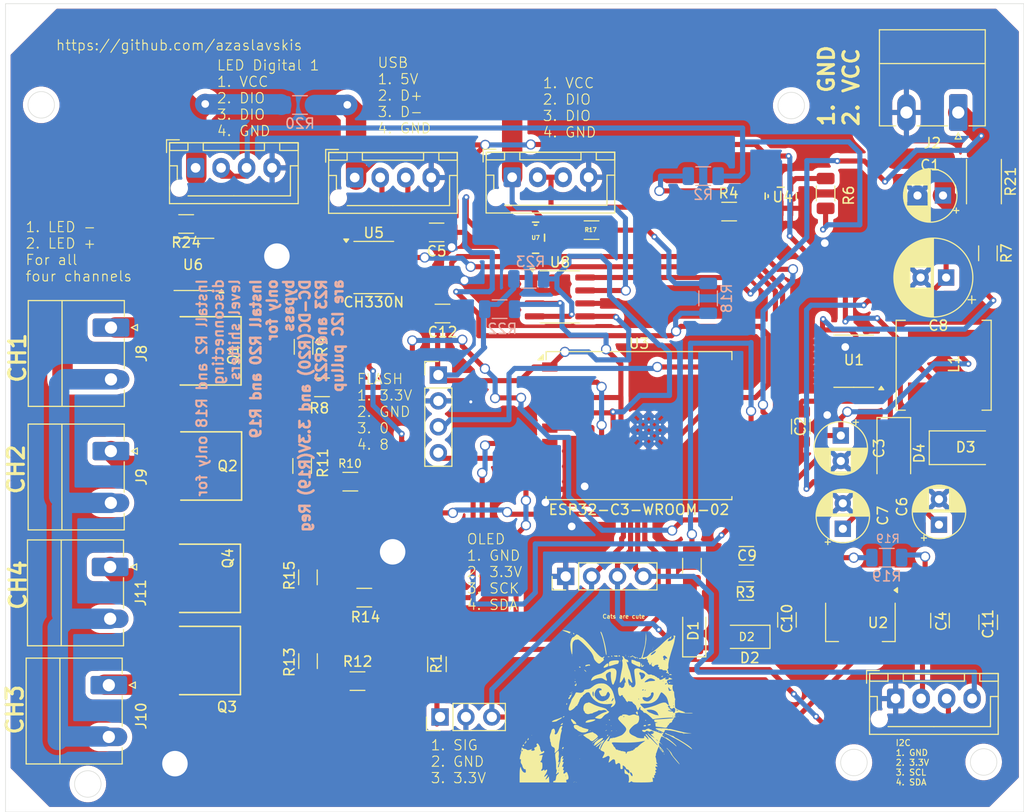
<source format=kicad_pcb>
(kicad_pcb (version 20240108) (generator "pcbnew") (generator_version "8.0")
  (layers (0 "F.Cu" signal) (31 "B.Cu" signal) (34 "B.Paste" user) (35 "F.Paste" user) (36 "B.SilkS" user "B.Silkscreen") (37 "F.SilkS" user "F.Silkscreen") (38 "B.Mask" user) (39 "F.Mask" user) (44 "Edge.Cuts" user))
  (net 0 "")
  (net 1 "GND")
  (net 2 "+3.3V")
  (net 3 "Net-(U5-V3)")
  (net 4 "+5V")
  (net 5 "Net-(D1-A)")
  (net 6 "Net-(D3-K)")
  (net 7 "DIO")
  (net 8 "Net-(J3-Pin_1)")
  (net 9 "DIO_2")
  (net 10 "D-")
  (net 11 "D+")
  (net 12 "SDA")
  (net 13 "SCL")
  (net 14 "0")
  (net 15 "8")
  (net 16 "Net-(J8-Pin_1)")
  (net 17 "Net-(J9-Pin_1)")
  (net 18 "Net-(J10-Pin_1)")
  (net 19 "Net-(J11-Pin_1)")
  (net 20 "Net-(Q1-G)")
  (net 21 "Net-(Q2-G)")
  (net 22 "Net-(Q3-G)")
  (net 23 "Net-(Q4-G)")
  (net 24 "LED_ANALOG")
  (net 25 "Net-(U3-IO18)")
  (net 26 "Net-(U3-IO19)")
  (net 27 "Net-(U4-Y)")
  (net 28 "Net-(U1-~{EN})")
  (net 29 "CH1")
  (net 30 "CH2")
  (net 31 "CH3")
  (net 32 "CH4")
  (net 33 "TX")
  (net 34 "ONEWIRE")
  (net 35 "RX")
  (net 37 "Net-(D2-A)")
  (net 43 "Net-(U7-Y)")
  (net 44 "DIO_2_OUT")
  (net 45 "DIO_OUT")
  (net 46 "Net-(D4-K)")
  (net 47 "EN")
  (net 48 "IN+")
  (footprint "Diode_SMD:D_SMA" (layer "F.Cu") (at 168.07 69.34)
    (property "Reference" "D3")
    (property "Value" "SS34" (hide yes))
  )
  (footprint "Capacitor_SMD:C_1206_3216Metric" (layer "F.Cu") (at 165.61 86.29 90)
    (property "Reference" "C4")
    (property "Value" "0.1uf" (hide yes))
  )
  (footprint "Connector_Phoenix_MC_HighVoltage:PhoenixContact_MC_1,5_2-G-5.08_1x02_P5.08mm_Horizontal" (layer "F.Cu") (at 84.0925 92.625 -90)
    (property "Reference" "J10")
    (property "Value" "POWER" (hide yes))
  )
  (footprint "LED_SMD:LED_1206_3216Metric" (layer "F.Cu") (at 141.51 87.5675 90)
    (property "Reference" "D1")
    (property "Value" "LED" (hide yes))
  )
  (footprint "Capacitor_THT:CP_Radial_D5.0mm_P2.50mm" (layer "F.Cu") (at 156.08 77.29 90)
    (property "Reference" "C7")
    (property "Value" "220uf 35V" (hide yes))
  )
  (footprint "Connector_PinHeader_2.54mm:PinHeader_1x04_P2.54mm_Vertical" (layer "F.Cu") (at 128.9 81.96 90)
    (property "Reference" "J6" (hide yes))
    (property "Value" "OLED")
  )
  (footprint "Connector_PinHeader_2.54mm:PinHeader_1x04_P2.54mm_Vertical" (layer "F.Cu") (at 116.41 62.21)
    (property "Reference" "J7" (hide yes))
    (property "Value" "FLASH")
  )
  (footprint "easyeda2kicad:TO-252-2_L6.6-W6.1-P4.58-LS9.9-TL" (layer "F.Cu") (at 95.62 82.15 180)
    (property "Reference" "Q4")
    (property "Value" "IRLR8726TRPBF" (hide yes))
  )
  (footprint "Capacitor_SMD:C_1206_3216Metric" (layer "F.Cu") (at 170.34 86.46 90)
    (property "Reference" "C11")
    (property "Value" "0.1uf 100V" (hide yes))
  )
  (footprint "Resistor_SMD:R_1206_3216Metric" (layer "F.Cu") (at 141.28 80.9175 90)
    (property "Reference" "R5" (hide yes))
    (property "Value" "220R" (hide yes))
  )
  (footprint "Capacitor_THT:CP_Radial_D7.5mm_P2.50mm" (layer "F.Cu") (at 166.21 52.65 180)
    (property "Reference" "C8")
    (property "Value" "1000uf 35V")
  )
  (footprint "easyeda2kicad:TO-252-2_L6.6-W6.1-P4.58-LS9.9-TL" (layer "F.Cu") (at 95.68 59.84 180)
    (property "Reference" "Q1")
    (property "Value" "IRLR8726TRPBF" (hide yes))
  )
  (footprint "Connector_JST:JST_XH_B4B-XH-AM_1x04_P2.50mm_Vertical" (layer "F.Cu") (at 161.26 93.94)
    (property "Reference" "J12" (hide yes))
    (property "Value" "I2C" (hide yes))
  )
  (footprint "Resistor_SMD:R_1206_3216Metric" (layer "F.Cu") (at 91.675 47.395 180)
    (property "Reference" "R24")
    (property "Value" "10K")
  )
  (footprint "Resistor_SMD:R_1206_3216Metric" (layer "F.Cu") (at 116.27 90.58 90)
    (property "Reference" "R1")
    (property "Value" "22R" (hide yes))
  )
  (footprint "Resistor_SMD:R_1206_3216Metric" (layer "F.Cu") (at 131.4375 48)
    (property "Reference" "R17")
    (property "Value" "22R" (hide yes))
  )
  (footprint "Resistor_SMD:R_1206_3216Metric" (layer "F.Cu") (at 154.39 44.4 -90)
    (property "Reference" "R6")
    (property "Value" "22R" (hide yes))
  )
  (footprint "Capacitor_SMD:C_1206_3216Metric" (layer "F.Cu") (at 146.62 79.94 180)
    (property "Reference" "C9")
    (property "Value" "0.1uf 100V" (hide yes))
  )
  (footprint "Resistor_SMD:R_1206_3216Metric" (layer "F.Cu") (at 103.62 82.05 -90)
    (property "Reference" "R15")
    (property "Value" "22R" (hide yes))
  )
  (footprint "Resistor_SMD:R_1206_3216Metric" (layer "F.Cu") (at 103.63 90.27 -90)
    (property "Reference" "R13")
    (property "Value" "10K" (hide yes))
  )
  (footprint "footprints:DBV5" (layer "F.Cu") (at 149.989999 44.6638 90)
    (property "Reference" "U4")
    (property "Value" "SN74AHC1G32DBVR" (hide yes))
  )
  (footprint "Resistor_SMD:R_1206_3216Metric" (layer "F.Cu") (at 109.145 84.0425 180)
    (property "Reference" "R14")
    (property "Value" "220R" (hide yes))
  )
  (footprint "Resistor_SMD:R_1206_3216Metric" (layer "F.Cu") (at 146.61 83.39)
    (property "Reference" "R3")
    (property "Value" "1K" (hide yes))
  )
  (footprint "Package_SO:SOIC-8_3.9x4.9mm_P1.27mm" (layer "F.Cu") (at 110.075 51.665)
    (property "Reference" "U5")
    (property "Value" "CH330N")
  )
  (footprint "Resistor_SMD:R_2512_6332Metric" (layer "F.Cu") (at 169.92 43.24 -90)
    (property "Reference" "R21")
    (property "Value" "2mOm")
  )
  (footprint "Connector_Phoenix_MC_HighVoltage:PhoenixContact_MC_1,5_2-G-5.08_1x02_P5.08mm_Horizontal" (layer "F.Cu") (at 84.3025 57.555 -90)
    (property "Reference" "J8")
    (property "Value" "POWER" (hide yes))
  )
  (footprint "Inductor_SMD:L_Coilcraft_XAL8050-223" (layer "F.Cu") (at 165.97 61.25 90)
    (property "Reference" "L1")
    (property "Value" "L")
  )
  (footprint "Resistor_SMD:R_1206_3216Metric" (layer "F.Cu") (at 103.05 71.13 -90)
    (property "Reference" "R11")
    (property "Value" "10K" (hide yes))
  )
  (footprint "easyeda2kicad:TO-252-2_L6.6-W6.1-P4.58-LS9.9-TL" (layer "F.Cu") (at 95.735 71.13 180)
    (property "Reference" "Q2")
    (property "Value" "IRLR8726TRPBF" (hide yes))
  )
  (footprint "Package_SO:SOIC-8_3.9x4.9mm_P1.27mm" (layer "F.Cu") (at 92.44 51.36 180)
    (property "Reference" "U6")
    (property "Value" "DS18B20Z" (hide yes))
  )
  (footprint "Package_SO:SOIC-8_3.9x4.9mm_P1.27mm" (layer "F.Cu") (at 157.15 60.855 180)
    (property "Reference" "U1")
    (property "Value" "XL1509-5.0" (hide yes))
  )
  (footprint "Diode_SMD:D_SMA" (layer "F.Cu") (at 161.08 69.89 -90)
    (property "Reference" "D4")
    (property "Value" "SS34")
  )
  (footprint "easyeda2kicad:TO-252-2_L6.6-W6.1-P4.58-LS9.9-TL" (layer "F.Cu") (at 95.62 90.21 180)
    (property "Reference" "Q3")
    (property "Value" "IRLR8726TRPBF" (hide yes))
  )
  (footprint "Capacitor_THT:CP_Radial_D5.0mm_P2.50mm" (layer "F.Cu") (at 165.51 76.89 90)
    (property "Reference" "C6")
    (property "Value" "220uf 35V" (hide yes))
  )
  (footprint "Package_TO_SOT_SMD:SOT-223-3_TabPin2" (layer "F.Cu") (at 157.8025 86.44 -90)
    (property "Reference" "U2")
    (property "Value" "AMS1117-3.3" (hide yes))
  )
  (footprint "Resistor_SMD:R_1206_3216Metric" (layer "F.Cu") (at 170.31 50.27 -90)
    (property "Reference" "R7")
    (property "Value" "22R")
  )
  (footprint "Connector_JST:JST_XH_B4B-XH-AM_1x04_P2.50mm_Vertical" (layer "F.Cu") (at 92.602 41.889)
    (property "Reference" "J1" (hide yes))
    (property "Value" "LED3")
  )
  (footprint "Resistor_SMD:R_1206_3216Metric" (layer "F.Cu") (at 144.93 46.18 180)
    (property "Reference" "R4")
    (property "Value" "22R" (hide yes))
  )
  (footprint "Connector_JST:JST_XH_B4B-XH-AM_1x04_P2.50mm_Vertical" (layer "F.Cu") (at 108.21 42.84)
    (property "Reference" "J5" (hide yes))
    (property "Value" "USB" (hide yes))
  )
  (footprint "Capacitor_SMD:C_1206_3216Metric" (layer "F.Cu") (at 151.96 67.27 -90)
    (property "Reference" "C2")
    (property "Value" "0.1uf 100V 1206" (hide yes))
  )
  (footprint "Resistor_SMD:R_1206_3216Metric" (layer "F.Cu") (at 103.19 59.45 -90)
    (property "Reference" "R9")
    (property "Value" "10K" (hide yes))
  )
  (footprint "Connector_PinHeader_2.54mm:PinHeader_1x03_P2.54mm_Vertical" (layer "F.Cu") (at 116.575 95.75 90)
    (property "Reference" "J3" (hide yes))
    (property "Value" "LIGHT_SENSOR" (hide yes))
  )
  (footprint "Package_SO:SOIC-8_3.9x4.9mm_P1.27mm" (layer "F.Cu") (at 128.338 54.548)
    (property "Reference" "U8")
    (property "Value" "INA219AxD")
  )
  (footprint "Capacitor_SMD:C_1206_3216Metric" (layer "F.Cu") (at 150.6 86.22 -90)
    (property "Reference" "C10")
    (property "Value" "0.1uf 100V" (hide yes))
  )
  (footprint "footprints:DBV5" (layer "F.Cu") (at 125.95 48.74)
    (property "Reference" "U7")
    (property "Value" "SN74AHC1G32DBVR" (hide yes))
  )
  (footprint "Resistor_SMD:R_1206_3216Metric" (layer "F.Cu") (at 105 63.42 180)
    (property "Reference" "R8")
    (property "Value" "220R" (hide yes))
  )
  (footprint "RF_Module:ESP32-C3-WROOM-02U" (layer "F.Cu") (at 136.09 67.42)
    (property "Reference" "U3")
    (property "Value" "ESP32-C3-WROOM-02")
  )
  (footprint "LED_SMD:LED_1206_3216Metric" (layer "F.Cu") (at 146.65 87.89 180)
    (property "Reference" "D2")
    (property "Value" "LED" (hide yes))
  )
  (footprint "Capacitor_THT:CP_Radial_D5.0mm_P2.50mm" (layer "F.Cu") (at 165.905113 44.6 180)
    (property "Reference" "C1")
    (property "Value" "470uf (25v)")
  )
  (footprint "LOGO" (layer "F.Cu") (at 133.81 94.59)
    (property "Reference" "G***" (hide yes))
    (property "Value" "LOGO" (hide yes))
  )
  (footprint "Connector_Phoenix_MC_HighVoltage:PhoenixContact_MC_1,5_2-G-5.08_1x02_P5.08mm_Horizontal" (layer "F.Cu") (at 84.29 69.67 -90)
    (property "Reference" "J9")
    (property "Value" "POWER" (hide yes))
  )
  (footprint "Connector_Phoenix_MC_HighVoltage:PhoenixContact_MC_1,5_2-G-5.08_1x02_P5.08mm_Horizontal" (layer "F.Cu") (at 167.4 36.46 180)
    (property "Reference" "J2")
    (property "Value" "POWER")
  )
  (footprint "Resistor_SMD:R_1206_3216Metric" (layer "F.Cu") (at 108.48 92.23 180)
    (property "Reference" "R12")
    (property "Value" "220R" (hide yes))
  )
  (footprint "Resistor_SMD:R_1206_3216Metric" (layer "F.Cu") (at 116.819 56.177 180)
    (property "Reference" "C12")
    (property "Value" "0.1uf 1206 100V")
  )
  (footprint "Capacitor_SMD:C_1206_3216Metric" (layer "F.Cu") (at 116.24 48.22 180)
    (property "Reference" "C5")
    (property "Value" "0.1uf")
  )
  (footprint "Capacitor_THT:CP_Radial_D5.0mm_P2.50mm" (layer "F.Cu") (at 155.8825 68.144887 -90)
    (property "Reference" "C3")
    (property "Value" "220uf 35V" (hide yes))
  )
  (footprint "Connector_JST:JST_XH_B4B-XH-AM_1x04_P2.50mm_Vertical" (layer "F.Cu") (at 123.65 42.81)
    (property "Reference" "J4" (hide yes))
    (property "Value" "LED_1")
  )
  (footprint "Resistor_SMD:R_1206_3216Metric" (layer "F.Cu") (at 107.7775 72.67 180)
    (property "Reference" "R10" (hide yes))
    (property "Value" "220R" (hide yes))
  )
  (footprint "Connector_Phoenix_MC_HighVoltage:PhoenixContact_MC_1,5_2-G-5.08_1x02_P5.08mm_Horizontal" (layer "F.Cu") (at 84.2225 81.035 -90)
    (property "Reference" "J11")
    (property "Value" "POWER" (hide yes))
  )
  (footprint "Resistor_SMD:R_1206_3216Metric" (layer "B.Cu") (at 102.8375 35.725)
    (property "Reference" "R20")
    (property "Value" "22R" (hide yes))
  )
  (footprint "Resistor_SMD:R_1206_3216Metric" (layer "B.Cu") (at 125.27 52.78)
    (property "Reference" "R23")
    (property "Value" "R")
  )
  (footprint "Resistor_SMD:R_1206_3216Metric" (layer "B.Cu") (at 142.87 54.69 90)
    (property "Reference" "R18")
    (property "Value" "22R" (hide yes))
  )
  (footprint "Resistor_SMD:R_1206_3216Metric" (layer "B.Cu") (at 142.3875 42.7)
    (property "Reference" "R2")
    (property "Value" "22R" (hide yes))
  )
  (footprint "Resistor_SMD:R_1206_3216Metric" (layer "B.Cu") (at 160.3875 80.125)
    (property "Reference" "R19")
    (property "Value" "0R" (hide yes))
  )
  (footprint "Resistor_SMD:R_1206_3216Metric" (layer "B.Cu") (at 122.42 55.75 180)
    (property "Reference" "R22")
    (property "Value" "R")
  )
  (gr_circle (center 169.89 100.16) (end 171.19 100.16) (stroke (width 0.05)) (fill none) (layer "Edge.Cuts"))
  (gr_rect (start 73.958578 25.788578) (end 173.84 105.07) (stroke (width 0.05)) (fill none) (layer "Edge.Cuts"))
  (gr_circle (center 157.17 100.21) (end 158.47 100.21) (stroke (width 0.05)) (fill none) (layer "Edge.Cuts"))
  (gr_circle (center 82.031 102.318) (end 83.331 102.318) (stroke (width 0.05)) (fill none) (layer "Edge.Cuts"))
  (gr_circle (center 151.02 35.78) (end 152.32 35.78) (stroke (width 0.05)) (fill none) (layer "Edge.Cuts"))
  (gr_circle (center 77.46 35.71) (end 78.76 35.71) (stroke (width 0.05)) (fill none) (layer "Edge.Cuts"))
  (gr_text "W=97.78mm H=78.26mm\n " (at 117.766 32.007 0) (layer "F.Cu") (effects (font (size 1.5 1.5) (thickness 0.3) (bold yes)) (justify left bottom)))
  (gr_text "Pineapple \non pizza \nis taaaastyyy!!" (at 83.4 45.76 0) (layer "F.Cu") (effects (font (size 0.5 0.5) (thickness 0.075)) (justify left bottom)))
  (gr_text "WLED-LED-DA\nRev 1.6\n" (at 142.068 101.59 0) (layer "F.Cu") (effects (font (size 1 1) (thickness 0.2)) (justify left bottom)))
  (gr_text "Install R20 and R19 \nonly for \nbypass\nDC-DC(R20) and 3.3V(R19) Reg\nR23 and R22 \nare I2C pullup" (at 107.14 52.69 90) (layer "B.SilkS") (effects (font (size 1 1) (thickness 0.25)) (justify left bottom mirror)))
  (gr_text "Install R2 and R18 only for \ndisconnecting \nlevel shifters" (at 97.02 52.69 90) (layer "B.SilkS") (effects (font (size 1 1) (thickness 0.2) (bold yes)) (justify left bottom mirror)))
  (gr_text "1. VCC\n2. DIO\n3. DIO\n4. GND\n" (at 126.59 38.99 0) (layer "F.SilkS") (effects (font (size 1 1) (thickness 0.1)) (justify left bottom)))
  (gr_text "1. GND\n2. VCC" (at 157.78 37.97 90) (layer "F.SilkS") (effects (font (size 1.5 1.5) (thickness 0.3) (bold yes)) (justify left bottom)))
  (gr_text "1. LED -\n2. LED + \nFor all\nfour channels\n" (at 75.86 53.11 0) (layer "F.SilkS") (effects (font (size 1 1) (thickness 0.1)) (justify left bottom)))
  (gr_text "CH2" (at 74.99 71.46 90) (layer "F.SilkS") (effects (font (size 1.6 1.6) (thickness 0.3) (bold yes))))
  (gr_text "1. SIG\n2. GND\n3. 3.3V" (at 115.6 102.32 0) (layer "F.SilkS") (effects (font (size 1 1) (thickness 0.1)) (justify left bottom)))
  (gr_text "CH3\n" (at 74.88 95.03 90) (layer "F.SilkS") (effects (font (size 1.6 1.6) (thickness 0.3) (bold yes))))
  (gr_text "FLASH\n1. 3.3V\n2. GND\n3. 0\n4. 8\n" (at 108.36 69.62 0) (layer "F.SilkS") (effects (font (size 1 1) (thickness 0.1)) (justify left bottom)))
  (gr_text "CH4" (at 75.18 82.81 90) (layer "F.SilkS") (effects (font (size 1.6 1.6) (thickness 0.3) (bold yes))))
  (gr_text "OLED\n1. GND\n2. 3.3V\n3. SCK\n4. SDA\n" (at 119.14 85.33 0) (layer "F.SilkS") (effects (font (size 1 1) (thickness 0.1)) (justify left bottom)))
  (gr_text "LED Digital 1\n1. VCC\n2. DIO\n3. DIO\n4. GND\n" (at 94.63 38.86 0) (layer "F.SilkS") (effects (font (size 1 1) (thickness 0.1)) (justify left bottom)))
  (gr_text "CH1" (at 75.14 60.53 90) (layer "F.SilkS") (effects (font (size 1.6 1.6) (thickness 0.3) (bold yes))))
  (gr_text "https://github.com/azaslavskis" (at 78.84 30.45 0) (layer "F.SilkS") (effects (font (size 1 1) (thickness 0.1)) (justify left bottom)))
  (gr_text "USB\n1. 5V\n2. D+\n3. D-\n4. GND\n" (at 110.39 38.6 0) (layer "F.SilkS") (effects (font (size 1 1) (thickness 0.1)) (justify left bottom)))
  (gr_text "I2C\n1. GND\n2. 3.3V\n3. SCL\n4. SDA\n" (at 161.21 102.5 0) (layer "F.SilkS") (effects (font (size 0.6 0.6) (thickness 0.1)) (justify left bottom)))
  (gr_text "Cats are cute\n" (at 132.467 86.125 0) (layer "F.SilkS") (effects (font (size 0.4 0.4) (thickness 0.075) (bold yes)) (justify left bottom)))
  (segment (start 99.9275 88.8075) (end 99.04 87.92) (width 0.5) (layer "F.Cu") (net 1))
  (segment (start 99.04 79.86) (end 102.8925 79.86) (width 0.5) (layer "F.Cu") (net 1))
  (segment (start 154.675 58.95) (end 154.675 59.46) (width 0.5) (layer "F.Cu") (net 1))
  (segment (start 127.34 73.42) (end 130.47 73.42) (width 0.5) (layer "F.Cu") (net 1))
  (segment (start 156.32 59.46) (end 156.44 59.46) (width 0.5) (layer "F.Cu") (net 1))
  (segment (start 154.675 59.46) (end 154.675 62.76) (width 0.5) (layer "F.Cu") (net 1))
  (segment (start 151.6794 44.5) (end 155.86 44.5) (width 0.5) (layer "F.Cu") (net 1))
  (segment (start 155.44 48.35) (end 154.52 49.27) (width 0.5) (layer "F.Cu") (net 1))
  (segment (start 155.86 44.5) (end 155.86 47.93) (width 0.5) (layer "F.Cu") (net 1))
  (segment (start 154.52 49.27) (end 154.31 49.27) (width 0.5) (layer "F.Cu") (net 1))
  (segment (start 117.715 49.66) (end 117.715 49.785) (width 0.5) (layer "F.Cu") (net 1))
  (segment (start 117.715 48.22) (end 117.715 49.66) (width 0.5) (layer "F.Cu") (net 1))
  (segment (start 99.155 68.84) (end 102.2225 68.84) (width 0.5) (layer "F.Cu") (net 1))
  (segment (start 130.47 73.42) (end 130.76 73.13) (width 0.5) (layer "F.Cu") (net 1))
  (segment (start 103.19 57.9875) (end 99.5375 57.9875) (width 0.5) (layer "F.Cu") (net 1))
  (segment (start 154.675 59.46) (end 156.32 59.46) (width 0.5) (layer "F.Cu") (net 1))
  (segment (start 117.715 49.785) (end 117.68 49.82) (width 0.5) (layer "F.Cu") (net 1))
  (segment (start 103.63 88.8075) (end 99.9275 88.8075) (width 0.5) (layer "F.Cu") (net 1))
  (segment (start 99.5375 57.9875) (end 99.1 57.55) (width 0.5) (layer "F.Cu") (net 1))
  (segment (start 128.9 81.96) (end 128.9 77.65) (width 0.5) (layer "F.Cu") (net 1))
  (segment (start 127.34 74.27) (end 127.34 73.42) (width 0.5) (layer "F.Cu") (net 1))
  (segment (start 116.89 64.75) (end 119.5 64.75) (width 0.5) (layer "F.Cu") (net 1))
  (segment (start 126.91 74.7) (end 127.39 74.7) (width 0.5) (layer "F.Cu") (net 1))
  (segment (start 154.31 49.27) (end 154.25 49.27) (width 0.5) (layer "F.Cu") (net 1))
  (segment (start 150.94 45.8576) (end 149.989999 45.8576) (width 0.5) (layer "F.Cu") (net 1))
  (segment (start 103.4875 69.23) (end 103.05 69.6675) (width 0.5) (layer "F.Cu") (net 1))
  (segment (start 119.5 64.75) (end 119.59 64.84) (width 0.5) (layer "F.Cu") (net 1))
  (segment (start 128.9 77.65) (end 129.49 77.06) (width 0.5) (layer "F.Cu") (net 1))
  (segment (start 118.97 52.93) (end 118.9 53) (width 0.5) (layer "F.Cu") (net 1))
  (segment (start 118.9 53) (end 117.626 53) (width 0.5) (layer "F.Cu") (net 1))
  (segment (start 117.626 53) (end 116.742 53.884) (width 0.5) (layer "F.Cu") (net 1))
  (segment (start 116.742 53.884) (end 116.742 54.6375) (width 0.5) (layer "F.Cu") (net 1))
  (segment (start 150.94 45.8576) (end 150.94 45.06) (width 0.5) (layer "F.Cu") (net 1))
  (segment (start 126.91 74.7) (end 127.34 74.27) (width 0.5) (layer "F.Cu") (net 1))
  (segment (start 102.8925 79.86) (end 103.62 80.5875) (width 0.5) (layer "F.Cu") (net 1))
  (segment (start 102.2225 68.84) (end 103.05 69.6675) (width 0.5) (layer "F.Cu") (net 1))
  (segment (start 119.955 53.915) (end 118.97 52.93) (width 0.5) (layer "F.Cu") (net 1))
  (segment (start 151.06 44.94) (end 151.2394 44.94) (width 0.5) (layer "F.Cu") (net 1))
  (segment (start 151.2394 44.94) (end 151.6794 44.5) (width 0.5) (layer "F.Cu") (net 1))
  (segment (start 156.44 59.46) (end 156.46 59.44) (width 0.5) (layer "F.Cu") (net 1))
  (segment (start 116.742 54.6375) (end 118.2815 56.177) (width 0.5) (layer "F.Cu") (net 1))
  (segment (start 150.94 45.06) (end 151.06 44.94) (width 0.5) (layer "F.Cu") (net 1))
  (segment (start 155.86 47.93) (end 155.44 48.35) (width 0.5) (layer "F.Cu") (net 1))
  (segment (start 126.215 53.915) (end 119.955 53.915) (width 0.5) (layer "F.Cu") (net 1))
  (via (at 117.715 49.66) (size 1) (drill 0.75) (layers "F.Cu" "B.Cu") (net 1))
  (via (at 119.59 64.84) (size 0.6) (drill 0.3) (layers "F.Cu" "B.Cu") (net 1))
  (via (at 156.32 59.46) (size 1) (drill 0.75) (layers "F.Cu" "B.Cu") (net 1))
  (via (at 154.31 49.27) (size 1) (drill 0.75) (layers "F.Cu" "B.Cu") (net 1))
  (via (at 118.97 52.93) (size 1) (drill 0.75) (layers "F.Cu" "B.Cu") (net 1))
  (via (at 100.575 50.55) (size 3) (drill 2.5) (layers "F.Cu" "B.Cu") (net 1))
  (via (at 90.575 100.325) (size 3) (drill 2.5) (layers "F.Cu" "B.Cu") (net 1))
  (via (at 111.925 79.55) (size 3) (drill 2.5) (layers "F.Cu" "B.Cu") (net 1))
  (via (at 129.49 77.06) (size 1) (drill 0.75) (layers "F.Cu" "B.Cu") (net 1))
  (via (at 154.55 66.13) (size 1) (drill 0.75) (layers "F.Cu" "B.Cu") (net 1))
  (via (at 126.91 74.7) (size 1) (drill 0.75) (layers "F.Cu" "B.Cu") (net 1))
  (via (at 130.76 73.13) (size 1) (drill 0.75) (layers "F.Cu" "B.Cu") (net 1))
  (segment (start 137.05 68.17) (end 135.72 68.17) (width 0.5) (layer "B.Cu") (net 1))
  (segment (start 153.5 61.63) (end 155.71 61.63) (width 0.5) (layer "B.Cu") (net 1))
  (segment (start 156.32 61.02) (end 156.32 59.46) (width 0.5) (layer "B.Cu") (net 1))
  (segment (start 117.44 49.62) (end 117.66 49.84) (width 0.5) (layer "B.Cu") (net 1))
  (segment (start 153.5 64.72) (end 153.5 61.63) (width 0.5) (layer "B.Cu") (net 1))
  (segment (start 118.97 52.93) (end 118.357 52.317) (width 0.5) (layer "B.Cu") (net 1))
  (segment (start 114.12 49.78) (end 114.28 49.62) (width 0.5) (layer "B.Cu") (net 1))
  (segment (start 129.49 77.06) (end 127.13 74.7) (width 0.5) (layer "B.Cu") (net 1))
  (segment (start 114.12 51.44) (end 114.12 49.78) (width 0.5) (layer "B.Cu") (net 1))
  (segment (start 154.44 66.02) (end 154.23 66.02) (width 0.5) (layer "B.Cu") (net 1))
  (segment (start 154.55 66.13) (end 154.44 66.02) (width 0.5) (layer "B.Cu") (net 1))
  (segment (start 163.405113 46.105113) (end 163.405113 44.6) (width 2) (layer "B.Cu") (net 1))
  (segment (start 114.28 49.62) (end 117.44 49.62) (width 0.5) (layer "B.Cu") (net 1))
  (segment (start 154.55 65.77) (end 153.5 64.72) (width 0.5) (layer "B.Cu") (net 1))
  (segment (start 114.997 52.317) (end 114.12 51.44) (width 0.5) (layer "B.Cu") (net 1))
  (segment (start 118.357 52.317) (end 114.997 52.317) (width 0.5) (layer "B.Cu") (net 1))
  (segment (start 135.72 68.17) (end 130.76 73.13) (width 0.5) (layer "B.Cu") (net 1))
  (segment (start 127.13 74.7) (end 126.91 74.7) (width 0.5) (layer "B.Cu") (net 1))
  (segment (start 155.71 61.63) (end 156.32 61.02) (width 0.5) (layer "B.Cu") (net 1))
  (segment (start 154.55 66.13) (end 154.55 65.77) (width 0.5) (layer "B.Cu") (net 1))
  (segment (start 131.97 62.92) (end 132.42 63.37) (width 0.5) (layer "F.Cu") (net 2))
  (segment (start 94.915 50.725) (end 94.915 50.205) (width 0.5) (layer "F.Cu") (net 2))
  (segment (start 124.44 62.76) (end 116.34 62.76) (width 0.5) (layer "F.Cu") (net 2))
  (segment (start 134.56 71.99995) (end 132.42 69.85995) (width 0.5) (layer "F.Cu") (net 2))
  (segment (start 111.02 55.1) (end 112.55 53.57) (width 0.5) (layer "F.Cu") (net 2))
  (segment (start 128.82 59.94) (end 127.34 61.42) (width 0.5) (layer "F.Cu") (net 2))
  (segment (start 93.1 55.1) (end 111.02 55.1) (width 0.5) (layer "F.Cu") (net 2))
  (segment (start 132.42 69.85995) (end 132.42 67.11) (width 0.5) (layer "F.Cu") (net 2))
  (segment (start 92.725 54.725) (end 93.1 55.1) (width 0.5) (layer "F.Cu") (net 2))
  (segment (start 124.44 62.76) (end 127.18 62.76) (width 0.5) (layer "F.Cu") (net 2))
  (segment (start 151.6425 95.75) (end 157.8025 89.59) (width 0.5) (layer "F.Cu") (net 2))
  (segment (start 134.39 78.24) (end 134.56 78.07) (width 0.5) (layer "F.Cu") (net 2))
  (segment (start 164.05 81.89) (end 164.15 81.79) (width 0.5) (layer "F.Cu") (net 2))
  (segment (start 96.696 47.94) (end 96.696 50.919) (width 0.5) (layer "F.Cu") (net 2))
  (segment (start 94.915 50.205) (end 92.86495 50.205) (width 0.5) (layer "F.Cu") (net 2))
  (segment (start 96.151 47.395) (end 96.696 47.94) (width 0.5) (layer "F.Cu") (net 2))
  (segment (start 116.34 62.76) (end 116.34 57.36) (width 0.5) (layer "F.Cu") (net 2))
  (segment (start 127.34 62.92) (end 131.97 62.92) (width 0.5) (layer "F.Cu") (net 2))
  (segment (start 157.8025 89.59) (end 163.785 89.59) (width 0.5) (layer "F.Cu") (net 2))
  (segment (start 165.78 87.935) (end 165.61 87.765) (width 0.5) (layer "F.Cu") (net 2))
  (segment (start 133.765 56.455) (end 133.85 56.54) (width 0.5) (layer "F.Cu") (net 2))
  (segment (start 163.895 89.7) (end 163.785 89.59) (width 0.5) (layer "F.Cu") (net 2))
  (segment (start 157.8025 89.59) (end 157.8025 83.29) (width 0.5) (layer "F.Cu") (net 2))
  (segment (start 158.01 81.9) (end 158.07 81.84) (width 0.5) (layer "F.Cu") (net 2))
  (segment (start 164.15 81.79) (end 164.15 80.02) (width 0.5) (layer "F.Cu") (net 2))
  (segment (start 158.07 81.84) (end 164 81.84) (width 0.5) (layer "F.Cu") (net 2))
  (segment (start 131.44 81.96) (end 134.39 79.01) (width 0.5) (layer "F.Cu") (net 2))
  (segment (start 92.725 50.34495) (end 92.725 54.725) (width 0.5) (layer "F.Cu") (net 2))
  (segment (start 92.86495 50.205) (end 92.725 50.34495) (width 0.5) (layer "F.Cu") (net 2))
  (segment (start 121.655 95.75) (end 151.6425 95.75) (width 0.5) (layer "F.Cu") (net 2))
  (segment (start 116.34 57.36) (end 112.55 53.57) (width 0.5) (layer "F.Cu") (net 2))
  (segment (start 163.785 89.59) (end 165.61 87.765) (width 0.5) (layer "F.Cu") (net 2))
  (segment (start 163.895 94.275) (end 163.895 89.7) (width 0.5) (layer "F.Cu") (net 2))
  (segment (start 96.097 50.725) (end 94.915 50.725) (width 0.5) (layer "F.Cu") (net 2))
  (segment (start 157.8025 82.1075) (end 158.01 81.9) (width 0.5) (layer "F.Cu") (net 2))
  (segment (start 157.8025 83.29) (end 157.8025 82.1075) (width 0.5) (layer "F.Cu") (net 2))
  (segment (start 96.291 50.919) (end 96.097 50.725) (width 0.5) (layer "F.Cu") (net 2))
  (segment (start 164 81.84) (end 164.05 81.89) (width 0.5) (layer "F.Cu") (net 2))
  (segment (start 134.39 79.01) (end 134.39 78.24) (width 0.5) (layer "F.Cu") (net 2))
  (segment (start 125.78 61.42) (end 124.44 62.76) (width 0.5) (layer "F.Cu") (net 2))
  (segment (start 131.165 56.455) (end 133.765 56.455) (width 0.5) (layer "F.Cu") (net 2))
  (segment (start 170.34 87.935) (end 165.78 87.935) (width 0.5) (layer "F.Cu") (net 2))
  (segment (start 127.34 61.42) (end 125.78 61.42) (width 0.5) (layer "F.Cu") (net 2))
  (segment (start 127.18 62.76) (end 127.34 62.92) (width 0.5) (layer "F.Cu") (net 2))
  (segment (start 134.56 78.07) (end 134.56 71.99995) (width 0.5) (layer "F.Cu") (net 2))
  (segment (start 96.696 50.919) (end 96.291 50.919) (width 0.5) (layer "F.Cu") (net 2))
  (segment (start 93.1375 47.395) (end 96.151 47.395) (width 0.5) (layer "F.Cu") (net 2))
  (via (at 132.42 67.11) (size 1) (drill 0.75) (layers "F.Cu" "B.Cu") (net 2))
  (via (at 164.15 80.02) (size 1) (drill 0.75) (layers "F.Cu" "B.Cu") (net 2))
  (via (at 133.85 56.54) (size 0.6) (drill 0.3) (layers "F.Cu" "B.Cu") (net 2))
  (via (at 128.82 59.94) (size 1) (drill 0.75) (layers "F.Cu" "B.Cu") (net 2))
  (via (at 132.42 63.37) (size 1) (drill 0.75) (layers "F.Cu" "B.Cu") (net 2))
  (segment (start 131.14 59.94) (end 131.92 60.72) (width 0.5) (layer "B.Cu") (net 2))
  (segment (start 121.655 93.045) (end 121.655 95.75) (width 0.5) (layer "B.Cu") (net 2))
  (segment (start 120.835 55.28) (end 120.835 59.395) (width 0.5) (layer "B.Cu") (net 2))
  (segment (start 122.24 55.28) (end 120.835 55.28) (width 0.5) (layer "B.Cu") (net 2))
  (segment (start 162.09 79.86) (end 164.1 79.86) (width 0.5) (layer "B.Cu") (net 2))
  (segment (start 123.8075 53.7125) (end 122.24 55.28) (width 0.5) (layer "B.Cu") (net 2))
  (segment (start 131.44 81.96) (end 131.44 83.26) (width 0.5) (layer "B.Cu") (net 2))
  (segment (start 120.835 59.395) (end 120.95 59.51) (width 0.5) (layer "B.Cu") (net 2))
  (segment (start 128.82 59.94) (end 131.14 59.94) (width 0.5) (layer "B.Cu") (net 2))
  (segment (start 123.8075 52.78) (end 123.8075 53.7125) (width 0.5) (layer "B.Cu") (net 2))
  (segment (start 161.85 80.1) (end 161.93 80.02) (width 0.5) (layer "B.Cu") (net 2))
  (segment (start 120.95 59.51) (end 118.25 62.21) (width 0.5) (layer "B.Cu") (net 2))
  (segment (start 135.08 57.77) (end 133.91 56.6) (width 0.5) (layer "B.Cu") (net 2))
  (segment (start 161.85 80.125) (end 161.85 80.1) (width 0.5) (layer "B.Cu") (net 2))
  (segment (start 132.42 67.11) (end 132.42 63.37) (width 0.5) (layer "B.Cu") (net 2))
  (segment (start 131.44 83.26) (end 121.655 93.045) (width 0.5) (layer "B.Cu") (net 2))
  (segment (start 118.25 62.21) (end 116.41 62.21) (width 0.5) (layer "B.Cu") (net 2))
  (segment (start 161.85 80.1) (end 162.09 79.86) (width 0.5) (layer "B.Cu") (net 2))
  (segment (start 131.92 60.72) (end 135.08 60.72) (width 0.5) (layer "B.Cu") (net 2))
  (segment (start 135.08 60.72) (end 135.08 57.77) (width 0.5) (layer "B.Cu") (net 2))
  (segment (start 114.655 48.11) (end 114.765 48.22) (width 0.5) (layer "F.Cu") (net 3))
  (segment (start 112.41 48.11) (end 114.655 48.11) (width 0.5) (layer "F.Cu") (net 3))
  (segment (start 112.55 49.76) (end 112.55 48.25) (width 0.5) (layer "F.Cu") (net 3))
  (segment (start 112.55 48.25) (end 112.41 48.11) (width 0.5) (layer "F.Cu") (net 3))
  (segment (start 120.88995 45.91) (end 120.23 45.25005) (width 0.5) (layer "F.Cu") (net 4))
  (segment (start 108.34 36.57) (end 107.48 35.71) (width 2) (layer "F.Cu") (net 4))
  (segment (start 155.8825 68.144887) (end 155.8825 66.4575) (width 0.5) (layer "F.Cu") (net 4))
  (segment (start 155.5025 80.3225) (end 155.7 80.125) (width 0.5) (layer "F.Cu") (net 4))
  (segment (start 148.095 83.3675) (end 148.0725 83.39) (width 0.5) (layer "F.Cu") (net 4))
  (segment (start 120.23 45.25005) (end 120.23 40.37) (width 0.5) (layer "F.Cu") (net 4))
  (segment (start 120.28 40.37) (end 121.01 39.64) (width 0.5) (layer "F.Cu") (net 4))
  (segment (start 150.6 84.745) (end 154.0475 84.745) (width 0.5) (layer "F.Cu") (net 4))
  (segment (start 164.42 60.22) (end 165.97 58.67) (width 0.5) (layer "F.Cu") (net 4))
  (segment (start 156.33 54.02) (end 156.33 56.96) (width 0.5) (layer "F.Cu") (net 4))
  (segment (start 148.095 75.905) (end 148.095 79.94) (width 0.5) (layer "F.Cu") (net 4))
  (segment (start 161.5 60.22) (end 164.42 60.22) (width 0.5) (layer "F.Cu") (net 4))
  (segment (start 147.51 39.6) (end 125.47 39.6) (width 0.5) (layer "F.Cu") (net 4))
  (segment (start 127.1438 47.789999) (end 127.1438 47.4138) (width 0.5) (layer "F.Cu") (net 4))
  (segment (start 111.75 39.64) (end 121.01 39.64) (width 0.5) (layer "F.Cu") (net 4))
  (segment (start 148.64 40.73) (end 147.51 39.6) (width 0.5) (layer "F.Cu") (net 4))
  (segment (start 108.34 43.05) (end 111.75 39.64) (width 0.5) (layer "F.Cu") (net 4))
  (segment (start 155.5025 83.29) (end 155.5025 80.3225) (width 0.5) (layer "F.Cu") (net 4))
  (segment (start 120.23 40.37) (end 120.28 40.37) (width 0.5) (layer "F.Cu") (net 4))
  (segment (start 148.64 40.73) (end 150.76 40.73) (width 0.5) (layer "F.Cu") (net 4))
  (segment (start 155.8825 68.144887) (end 154.475113 68.144887) (width 0.5) (layer "F.Cu") (net 4))
  (segment (start 155.7 80.125) (end 157.15 80.125) (width 0.5) (layer "F.Cu") (net 4))
  (segment (start 149.4275 84.745) (end 148.0725 83.39) (width 0.5) (layer "F.Cu") (net 4))
  (segment (start 127.1438 47.4138) (end 125.64 45.91) (width 0.5) (layer "F.Cu") (net 4))
  (segment (start 161.5 58.69) (end 159.45 56.64) (width 0.5) (layer "F.Cu") (net 4))
  (segment (start 161.5 60.22) (end 161.5 58.69) (width 0.5) (layer "F.Cu") (net 4))
  (segment (start 168.39 61.09) (end 168.39 61.11) (width 0.5) (layer "F.Cu") (net 4))
  (segment (start 148.095 79.94) (end 148.095 83.3675) (width 0.5) (layer "F.Cu") (net 4))
  (segment (start 159.625 60.22) (end 161.5 60.22) (width 0.5) (layer "F.Cu") (net 4))
  (segment (start 165.97 58.67) (end 168.39 61.09) (width 0.5) (layer "F.Cu") (net 4))
  (segment (start 155.8825 66.4575) (end 156.525 65.815) (width 0.5) (layer "F.Cu") (net 4))
  (segment (start 149.039998 41.129998) (end 148.64 40.73) (width 0.5) (layer "F.Cu") (net 4))
  (segment (start 154.0475 84.745) (end 155.5025 83.29) (width 0.5) (layer "F.Cu") (net 4))
  (segment (start 149.039998 43.47) (end 149.039998 41.129998) (width 0.5) (layer "F.Cu") (net 4))
  (segment (start 150.88 48.57) (end 156.33 54.02) (width 0.5) (layer "F.Cu") (net 4))
  (segment (start 154.475113 68.144887) (end 154.32 68.3) (width 0.5) (layer "F.Cu") (net 4))
  (segment (start 150.6 84.745) (end 149.4275 84.745) (width 0.5) (layer "F.Cu") (net 4))
  (segment (start 154.32 68.3) (end 154.32 69.68) (width 0.5) (layer "F.Cu") (net 4))
  (segment (start 108.34 43.05) (end 108.34 36.57) (width 2) (layer "F.Cu") (net 4))
  (segment (start 154.32 69.68) (end 148.095 75.905) (width 0.5) (layer "F.Cu") (net 4))
  (segment (start 125.64 45.91) (end 120.88995 45.91) (width 0.5) (layer "F.Cu") (net 4))
  (via (at 125.47 39.6) (size 1) (drill 0.75) (layers "F.Cu" "B.Cu") (net 4))
  (via (at 159.45 56.64) (size 0.6) (drill 0.3) (layers "F.Cu" "B.Cu") (net 4))
  (via (at 150.76 40.73) (size 0.6) (drill 0.3) (layers "F.Cu" "B.Cu") (net 4))
  (via (at 150.88 48.57) (size 0.6) (drill 0.3) (layers "F.Cu" "B.Cu") (net 4))
  (via (at 157.15 80.125) (size 1) (drill 0.75) (layers "F.Cu" "B.Cu") (net 4))
  (via (at 168.39 61.11) (size 0.6) (drill 0.3) (layers "F.Cu" "B.Cu") (net 4))
  (via (at 121.01 39.64) (size 1) (drill 0.75) (layers "F.Cu" "B.Cu") (net 4))
  (via (at 156.33 56.96) (size 0.6) (drill 0.3) (layers "F.Cu" "B.Cu") (net 4))
  (via (at 107.48 35.71) (size 1) (drill 0.75) (layers "F.Cu" "B.Cu") (net 4))
  (via (at 156.525 65.815) (size 1) (drill 0.75) (layers "F.Cu" "B.Cu") (net 4))
  (segment (start 107.465 35.725) (end 107.48 35.71) (width 2) (layer "B.Cu") (net 4))
  (segment (start 150.88 40.85) (end 150.88 48.57) (width 0.5) (layer "B.Cu") (net 4))
  (segment (start 160.345 65.815) (end 156.525 65.815) (width 0.5) (layer "B.Cu") (net 4))
  (segment (start 158.925 80.125) (end 157.395 80.125) (width 0.5) (layer "B.Cu") (net 4))
  (segment (start 150.76 40.73) (end 150.88 40.85) (width 0.5) (layer "B.Cu") (net 4))
  (segment (start 104.3 35.725) (end 107.465 35.725) (width 2) (layer "B.Cu") (net 4))
  (segment (start 121.01 39.64) (end 125.43 39.64) (width 0.5) (layer "B.Cu") (net 4))
  (segment (start 157.395 80.125) (end 157.36 80.16) (width 0.5) (layer "B.Cu") (net 4))
  (segment (start 156.65 56.64) (end 156.33 56.96) (width 0.5) (layer "B.Cu") (net 4))
  (segment (start 168.39 61.11) (end 165.05 61.11) (width 0.5) (layer "B.Cu") (net 4))
  (segment (start 125.43 39.64) (end 125.47 39.6) (width 0.5) (layer "B.Cu") (net 4))
  (segment (start 159.45 56.64) (end 156.65 56.64) (width 0.5) (layer "B.Cu") (net 4))
  (segment (start 165.05 61.11) (end 160.345 65.815) (width 0.5) (layer "B.Cu") (net 4))
  (segment (start 141.51 82.61) (end 141.28 82.38) (width 0.5) (layer "F.Cu") (net 5))
  (segment (start 141.51 86.1675) (end 141.51 82.61) (width 0.5) (layer "F.Cu") (net 5))
  (segment (start 163.63 61.49) (end 165.97 63.83) (width 0.5) (layer "F.Cu") (net 6))
  (segment (start 164.4125 65.3875) (end 165.97 63.83) (width 0.5) (layer "F.Cu") (net 6))
  (segment (start 159.625 61.49) (end 163.63 61.49) (width 0.5) (layer "F.Cu") (net 6))
  (segment (start 166.07 69.34) (end 164.4125 67.6825) (width 0.5) (layer "F.Cu") (net 6))
  (segment (start 164.4125 67.6825) (end 164.4125 65.3875) (width 0.5) (layer "F.Cu") (net 6))
  (segment (start 97.67 42.71) (end 96.29 42.71) (width 0.5) (layer "F.Cu") (net 7))
  (segment (start 154.39 47.69) (end 154.14 47.94) (width 0.5) (layer "F.Cu") (net 7))
  (segment (start 96.29 42.71) (end 95.17 42.71) (width 0.5) (layer "F.Cu") (net 7))
  (segment (start 154.39 45.8625) (end 154.39 47.69) (width 0.5) (layer "F.Cu") (net 7))
  (segment (start 95.82 42.24) (end 96.29 42.71) (width 0.5) (layer "F.Cu") (net 7))
  (via (at 154.14 47.94) (size 0.6) (drill 0.3) (layers "F.Cu" "B.Cu") (net 7))
  (segment (start 154.605 47.475) (end 157.75 47.475) (width 0.5) (layer "B.Cu") (net 7))
  (segment (start 156.675 39.35) (end 146.25 39.35) (width 0.5) (layer "B.Cu") (net 7))
  (segment (start 146.25 42.35) (end 146.27 42.37) (width 0.5) (layer "B.Cu") (net 7))
  (segment (start 146.25 39.35) (end 146.25 42.35) (width 0.5) (layer "B.Cu") (net 7))
  (segment (start 157.75 40.425) (end 156.675 39.35) (width 0.5) (layer "B.Cu") (net 7))
  (segment (start 97.67 42.71) (end 97.67 38.63) (width 0.5) (layer "B.Cu") (net 7))
  (segment (start 98.32 37.98) (end 146.25 37.98) (width 0.5) (layer "B.Cu") (net 7))
  (segment (start 154.14 47.94) (end 154.605 47.475) (width 0.5) (layer "B.Cu") (net 7))
  (segment (start 145.94 42.7) (end 143.85 42.7) (width 0.5) (layer "B.Cu") (net 7))
  (segment (start 146.27 42.37) (end 145.94 42.7) (width 0.5) (layer "B.Cu") (net 7))
  (segment (start 157.75 47.475) (end 157.75 40.425) (width 0.5) (layer "B.Cu") (net 7))
  (segment (start 97.67 38.63) (end 98.32 37.98) (width 0.5) (layer "B.Cu") (net 7))
  (segment (start 146.25 37.98) (end 146.25 39.35) (width 0.5) (layer "B.Cu") (net 7))
  (segment (start 116.27 92.0425) (end 116.27 96.44) (width 0.5) (layer "F.Cu") (net 8))
  (segment (start 137.0175 48.0675) (end 137.6 48.65) (width 0.5) (layer "F.Cu") (net 9))
  (segment (start 137.0175 45.75) (end 137.0175 48.0675) (width 0.5) (layer "F.Cu") (net 9))
  (segment (start 132.9 48) (end 137.0175 48) (width 0.5) (layer "F.Cu") (net 9))
  (segment (start 126.15 42.81) (end 128.65 42.81) (width 0.5) (layer "F.Cu") (net 9))
  (segment (start 127.46 45.75) (end 127.46 43.12) (width 0.5) (layer "F.Cu") (net 9))
  (segment (start 137.0175 45.75) (end 127.46 45.75) (width 0.5) (layer "F.Cu") (net 9))
  (segment (start 137.0175 48) (end 137.0175 45.75) (width 0.5) (layer "F.Cu") (net 9))
  (via (at 137.6 48.65) (size 0.6) (drill 0.3) (layers "F.Cu" "B.Cu") (net 9))
  (segment (start 139.025 52.6) (end 139.025 50.075) (width 0.5) (layer "B.Cu") (net 9))
  (segment (start 139.6525 53.2275) (end 139.025 52.6) (width 0.5) (layer "B.Cu") (net 9))
  (segment (start 142.87 53.2275) (end 139.6525 53.2275) (width 0.5) (layer "B.Cu") (net 9))
  (segment (start 139.025 50.075) (end 137.6 48.65) (width 0.5) (layer "B.Cu") (net 9))
  (segment (start 109.8 50.49) (end 109.26 51.03) (width 0.5) (layer "F.Cu") (net 10))
  (segment (start 113.42 44.72) (end 109.8 48.34) (width 0.5) (layer "F.Cu") (net 10))
  (segment (start 109.26 51.03) (end 107.6 51.03) (width 0.5) (layer "F.Cu") (net 10))
  (segment (start 109.8 48.34) (end 109.8 50.49) (width 0.5) (layer "F.Cu") (net 10))
  (segment (start 113.42 43.05) (end 113.42 44.72) (width 0.5) (layer "F.Cu") (net 10))
  (segment (start 107.76 46.52) (end 107.76 46.77) (width 0.5) (layer "F.Cu") (net 11))
  (segment (start 110.88 44.59) (end 108.95 46.52) (width 0.5) (layer "F.Cu") (net 11))
  (segment (start 107.6 46.93) (end 107.6 49.76) (width 0.5) (layer "F.Cu") (net 11))
  (segment (start 107.76 46.77) (end 107.6 46.93) (width 0.5) (layer "F.Cu") (net 11))
  (segment (start 108.95 46.52) (end 107.76 46.52) (width 0.5) (layer "F.Cu") (net 11))
  (segment (start 110.88 43.05) (end 110.88 44.59) (width 0.5) (layer "F.Cu") (net 11))
  (segment (start 135.96 79.69995) (end 135.96 71.42005) (width 0.5) (layer "F.Cu") (net 12))
  (segment (start 135.74 79.91995) (end 135.96 79.69995) (width 0.5) (layer "F.Cu") (net 12))
  (segment (start 134.32 69.78005) (end 134.32 64.43) (width 0.5) (layer "F.Cu") (net 12))
  (segment (start 128.315 55.185) (end 128.35 55.15) (width 0.5) (layer "F.Cu") (net 12))
  (segment (start 135.74 81.18) (end 135.74 79.91995) (width 0.5) (layer "F.Cu") (net 12))
  (segment (start 134.31 64.42) (end 127.34 64.42) (width 0.5) (layer "F.Cu") (net 12))
  (segment (start 134.32 64.43) (end 134.31 64.42) (width 0.5) (layer "F.Cu") (net 12))
  (segment (start 134.31 61.13) (end 132.86 59.68) (width 0.5) (layer "F.Cu") (net 12))
  (segment (start 135.96 71.42005) (end 134.32 69.78005) (width 0.5) (layer "F.Cu") (net 12))
  (segment (start 126.215 55.185) (end 128.315 55.185) (width 0.5) (layer "F.Cu") (net 12))
  (segment (start 136.52 81.96) (end 135.74 81.18) (width 0.5) (layer "F.Cu") (net 12))
  (segment (start 134.31 64.42) (end 134.31 61.13) (width 0.5) (layer "F.Cu") (net 12))
  (via (at 128.35 55.15) (size 0.6) (drill 0.3) (layers "F.Cu" "B.Cu") (net 12))
  (via (at 132.86 59.68) (size 1) (drill 0.75) (layers "F.Cu" "B.Cu") (net 12))
  (segment (start 128.54 57.5) (end 129.34 58.3) (width 0.5) (layer "B.Cu") (net 12))
  (segment (start 168.975 91.375) (end 169 91.35) (width 0.5) (layer "B.Cu") (net 12))
  (segment (start 141.775 91.2) (end 141.775 90.775) (width 0.5) (layer "B.Cu") (net 12))
  (segment (start 128.54 57.5) (end 128.54 55.24) (width 0.5) (layer "B.Cu") (net 12))
  (segment (start 132.86 59.68) (end 132.86 58.3) (width 0.5) (layer "B.Cu") (net 12))
  (segment (start 143.19 89.36) (end 143.19 83.715) (width 0.5) (layer "B.Cu") (net 12))
  (segment (start 168.975 94.275) (end 168.975 91.375) (width 0.5) (layer "B.Cu") (net 12))
  (segment (start 132.86 58.3) (end 129.34 58.3) (width 0.5) (layer "B.Cu") (net 12))
  (segment (start 128.22 55.28) (end 128.35 55.15) (width 0.5) (layer "B.Cu") (net 12))
  (segment (start 143.19 83.715) (end 141.435 81.96) (width 0.5) (layer "B.Cu") (net 12))
  (segment (start 123.76 55.28) (end 128.22 55.28) (width 0.5) (layer "B.Cu") (net 12))
  (segment (start 141.435 81.96) (end 136.52 81.96) (width 0.5) (layer "B.Cu") (net 12))
  (segment (start 169 91.35) (end 141.925 91.35) (width 0.5) (layer "B.Cu") (net 12))
  (segment (start 141.925 91.35) (end 141.775 91.2) (width 0.5) (layer "B.Cu") (net 12))
  (segment (start 141.775 90.775) (end 143.19 89.36) (width 0.5) (layer "B.Cu") (net 12))
  (segment (start 133.98 81.96) (end 133.98 80.69) (width 0.5) (layer "F.Cu") (net 13))
  (segment (start 133.55 65.79) (end 133.49 65.73) (width 0.5) (layer "F.Cu") (net 13))
  (segment (start 133.49 65.73) (end 133.3 65.92) (width 0.5) (layer "F.Cu") (net 13))
  (segment (start 135.26 71.71) (end 133.55 70) (width 0.5) (layer "F.Cu") (net 13))
  (segment (start 155.1 97.35) (end 165.925 97.35) (width 0.5) (layer "F.Cu") (net 13))
  (segment (start 166.435 97.14) (end 166.35 97.225) (width 0.5) (layer "F.Cu") (net 13))
  (segment (start 129.285 56.455) (end 129.49 56.25) (width 0.5) (layer "F.Cu") (net 13))
  (segment (start 133.98 80.69) (end 135.26 79.41) (width 0.5) (layer "F.Cu") (net 13))
  (segment (start 133.3 65.92) (end 127.34 65.92) (width 0.5) (layer "F.Cu") (net 13))
  (segment (start 166.435 94.275) (end 166.435 97.14) (width 0.5) (layer "F.Cu") (net 13))
  (segment (start 139.45 88.6) (end 139.45 89.975) (width 0.5) (layer "F.Cu") (net 13))
  (segment (start 148.875 91.1) (end 151.275 93.5) (width 0.5) (layer "F.Cu") (net 13))
  (segment (start 140.325 90.85) (end 140.325 91.1) (width 0.5) (layer "F.Cu") (net 13))
  (segment (start 166.05 97.225) (end 165.925 97.35) (width 0.5) (layer "F.Cu") (net 13))
  (segment (start 140.325 91.1) (end 148.875 91.1) (width 0.5) (layer "F.Cu") (net 13))
  (segment (start 133.55 70) (end 133.55 65.82) (width 0.5) (layer "F.Cu") (net 13))
  (segment (start 166.35 97.225) (end 166.05 97.225) (width 0.5) (layer "F.Cu") (net 13))
  (segment (start 133.55 65.82) (end 133.55 65.79) (width 0.5) (layer "F.Cu") (net 13))
  (segment (start 155.1 97.35) (end 153.45 95.7) (width 0.5) (layer "F.Cu") (net 13))
  (segment (start 135.26 79.41) (end 135.26 71.71) (width 0.5) (layer "F.Cu") (net 13))
  (segment (start 126.215 56.455) (end 129.285 56.455) (width 0.5) (layer "F.Cu") (net 13))
  (segment (start 139.45 89.975) (end 140.325 90.85) (width 0.5) (layer "F.Cu") (net 13))
  (segment (start 138.025 87.175) (end 139.45 88.6) (width 0.5) (layer "F.Cu") (net 13))
  (via (at 129.49 56.25) (size 0.6) (drill 0.3) (layers "F.Cu" "B.Cu") (net 13))
  (via (at 153.45 95.7) (size 0.6) (drill 0.3) (layers "F.Cu" "B.Cu") (net 13))
  (via (at 138.025 87.175) (size 0.6) (drill 0.3) (layers "F.Cu" "B.Cu") (net 13))
  (via (at 133.55 65.82) (size 0.6) (drill 0.3) (layers "F.Cu" "B.Cu") (net 13))
  (via (at 151.275 93.5) (size 0.6) (drill 0.3) (layers "F.Cu" "B.Cu") (net 13))
  (segment (start 139.08 64.21) (end 139.08 60.03) (width 0.5) (layer "B.Cu") (net 13))
  (segment (start 139.08 60.03) (end 138.33 59.28) (width 0.5) (layer "B.Cu") (net 13))
  (segment (start 151.275 93.525) (end 151.275 93.5) (width 0.5) (layer "B.Cu") (net 13))
  (segment (start 133.98 86.055) (end 133.98 81.96) (width 0.5) (layer "B.Cu") (net 13))
  (segment (start 136.16 64.21) (end 139.08 64.21) (width 0.5) (layer "B.Cu") (net 13))
  (segment (start 128.04 52.45) (end 128.04 52.8) (width 0.5) (layer "B.Cu") (net 13))
  (segment (start 133.55 65.82) (end 134.55 65.82) (width 0.5) (layer "B.Cu") (net 13))
  (segment (start 134.55 65.82) (end 136.16 64.21) (width 0.5) (layer "B.Cu") (net 13))
  (segment (start 153.45 95.7) (end 151.275 93.525) (width 0.5) (layer "B.Cu") (net 13))
  (segment (start 126.7325 52.78) (end 128.02 52.78) (width 0.5) (layer "B.Cu") (net 13))
  (segment (start 128.04 53.68) (end 129.49 55.13) (width 0.5) (layer "B.Cu") (net 13))
  (segment (start 137.45 86.6) (end 134.525 86.6) (width 0.5) (layer "B.Cu") (net 13))
  (segment (start 128.02 52.78) (end 128.04 52.8) (width 0.5) (layer "B.Cu") (net 13))
  (segment (start 132.36 50.56) (end 133.2 51.4) (width 0.5) (layer "B.Cu") (net 13))
  (segment (start 134.525 86.6) (end 133.98 86.055) (width 0.5) (layer "B.Cu") (net 13))
  (segment (start 133.2 54.41) (end 133.2 51.4) (width 0.5) (layer "B.Cu") (net 13))
  (segment (start 128.04 52.8) (end 128.04 53.68) (width 0.5) (layer "B.Cu") (net 13))
  (segment (start 138.025 87.175) (end 137.45 86.6) (width 0.5) (layer "B.Cu") (net 13))
  (segment (start 129.22 50.56) (end 129.22 51.27) (width 0.5) (layer "B.Cu") (net 13))
  (segment (start 129.49 55.13) (end 129.49 56.25) (width 0.5) (layer "B.Cu") (net 13))
  (segment (start 138.33 59.28) (end 138.07 59.28) (width 0.5) (layer "B.Cu") (net 13))
  (segment (start 138.07 59.28) (end 133.2 54.41) (width 0.5) (layer "B.Cu") (net 13))
  (segment (start 132.36 50.56) (end 129.22 50.56) (width 0.5) (layer "B.Cu") (net 13))
  (segment (start 129.22 51.27) (end 128.04 52.45) (width 0.5) (layer "B.Cu") (net 13))
  (segment (start 137.88 61.42) (end 144.84 61.42) (width 0.5) (layer "F.Cu") (net 14))
  (via (at 137.88 61.42) (size 1) (drill 0.75) (layers "F.Cu" "B.Cu") (net 14))
  (segment (start 123.34 62.11) (end 123.34 66.59) (width 0.5) (layer "B.Cu") (net 14))
  (segment (start 137.88 61.42) (end 137.74 61.56) (width 0.5) (layer "B.Cu") (net 14))
  (segment (start 117.59 66.59) (end 116.34 67.84) (width 0.5) (layer "B.Cu") (net 14))
  (segment (start 137.74 61.56) (end 123.89 61.56) (width 0.5) (layer "B.Cu") (net 14))
  (segment (start 123.89 61.56) (end 123.34 62.11) (width 0.5) (layer "B.Cu") (net 14))
  (segment (start 123.34 66.59) (end 117.59 66.59) (width 0.5) (layer "B.Cu") (net 14))
  (segment (start 116.34 70.38) (end 127.3 70.38) (width 0.5) (layer "F.Cu") (net 15))
  (segment (start 127.3 70.38) (end 127.34 70.42) (width 0.5) (layer "F.Cu") (net 15))
  (segment (start 89.965 57.545) (end 92.26 59.84) (width 0.5) (layer "F.Cu") (net 16))
  (segment (start 84.7425 57.545) (end 89.965 57.545) (width 2) (layer "F.Cu") (net 16))
  (segment (start 92.315 71.13) (end 85.75 71.13) (width 2) (layer "F.Cu") (net 17))
  (segment (start 85.75 71.13) (end 84.29 69.67) (width 2) (layer "F.Cu") (net 17))
  (segment (start 89.83 92.58) (end 92.2 90.21) (width 2) (layer "F.Cu") (net 18))
  (segment (start 83.69 92.58) (end 89.83 92.58) (width 2) (layer "F.Cu") (net 18))
  (segment (start 92.2 82.15) (end 85.3375 82.15) (width 2) (layer "F.Cu") (net 19))
  (segment (start 85.3375 82.15) (end 84.2225 81.035) (width 2) (layer "F.Cu") (net 19))
  (segment (start 101.9725 62.13) (end 103.19 60.9125) (width 0.5) (layer "F.Cu") (net 20))
  (segment (start 103.5375 63.42) (end 103.5375 61.26) (width 0.5) (layer "F.Cu") (net 20))
  (segment (start 99.1 62.13) (end 101.9725 62.13) (width 0.5) (layer "F.Cu") (net 20))
  (segment (start 103.5375 61.26) (end 103.19 60.9125) (width 0.5) (layer "F.Cu") (net 20))
  (segment (start 103.05 72.5925) (end 106.2375 72.5925) (width 0.5) (layer "F.Cu") (net 21))
  (segment (start 99.9825 72.5925) (end 99.155 73.42) (width 0.5) (layer "F.Cu") (net 21))
  (segment (start 106.2375 72.5925) (end 106.315 72.67) (width 0.5) (layer "F.Cu") (net 21))
  (segment (start 103.05 72.5925) (end 99.9825 72.5925) (width 0.5) (layer "F.Cu") (net 21))
  (segment (start 102.8625 92.5) (end 103.63 91.7325) (width 0.5) (layer "F.Cu") (net 22))
  (segment (start 99.04 92.5) (end 102.8625 92.5) (width 0.5) (layer "F.Cu") (net 22))
  (segment (start 104.4675 92.57) (end 103.63 91.7325) (width 0.5) (layer "F.Cu") (net 22))
  (segment (start 107.3775 92.57) (end 104.4675 92.57) (width 0.5) (layer "F.Cu") (net 22))
  (segment (start 104.15 84.0425) (end 103.62 83.5125) (width 0.5) (layer "F.Cu") (net 23))
  (segment (start 103.62 83.5125) (end 99.9675 83.5125) (width 0.5) (layer "F.Cu") (net 23))
  (segment (start 99.9675 83.5125) (end 99.04 84.44) (width 0.5) (layer "F.Cu") (net 23))
  (segment (start 107.6825 84.0425) (end 104.15 84.0425) (width 0.5) (layer "F.Cu") (net 23))
  (segment (start 138.97 84.97) (end 134.64 89.3) (width 0.5) (layer "F.Cu") (net 24))
  (segment (start 136.66 78.49) (end 138.97 80.8) (width 0.5) (layer "F.Cu") (net 24))
  (segment (start 134.4575 89.1175) (end 116.27 89.1175) (width 0.5) (layer "F.Cu") (net 24))
  (segment (start 138.97 80.8) (end 138.97 84.97) (width 0.5) (layer "F.Cu") (net 24))
  (segment (start 143.19 62.92) (end 143.13 62.98) (width 0.5) (layer "F.Cu") (net 24))
  (segment (start 136.66 71.59) (end 136.66 78.49) (width 0.5) (layer "F.Cu") (net 24))
  (segment (start 134.64 89.3) (end 134.4575 89.1175) (width 0.5) (layer "F.Cu") (net 24))
  (segment (start 144.84 62.92) (end 143.19 62.92) (width 0.5) (layer "F.Cu") (net 24))
  (segment (start 143.13 65.12) (end 136.66 71.59) (width 0.5) (layer "F.Cu") (net 24))
  (segment (start 143.13 62.98) (end 143.13 65.12) (width 0.5) (layer "F.Cu") (net 24))
  (segment (start 149.69 51.84) (end 151.19 51.84) (width 0.5) (layer "F.Cu") (net 25))
  (segment (start 144.84 68.92) (end 147.88 68.92) (width 0.5) (layer "F.Cu") (net 25))
  (segment (start 148.54 68.26) (end 148.54 66.22) (width 0.5) (layer "F.Cu") (net 25))
  (segment (start 147.88 68.92) (end 148.54 68.26) (width 0.5) (layer "F.Cu") (net 25))
  (segment (start 148.54 66.22) (end 148.59 66.17) (width 0.5) (layer "F.Cu") (net 25))
  (segment (start 143.4675 46.18) (end 144.03 46.18) (width 0.5) (layer "F.Cu") (net 25))
  (segment (start 148.25 65.83) (end 148.25 65.12) (width 0.5) (layer "F.Cu") (net 25))
  (segment (start 148.59 66.17) (end 148.25 65.83) (width 0.5) (layer "F.Cu") (net 25))
  (segment (start 144.03 46.18) (end 149.69 51.84) (width 0.5) (layer "F.Cu") (net 25))
  (via (at 151.19 51.84) (size 1) (drill 0.75) (layers "F.Cu" "B.Cu") (net 25))
  (via (at 148.25 65.12) (size 1) (drill 0.75) (layers "F.Cu" "B.Cu") (net 25))
  (segment (start 151.14 52.72) (end 151.19 52.67) (width 0.5) (layer "B.Cu") (net 25))
  (segment (start 148.25 55.94) (end 151.14 53.05) (width 0.5) (layer "B.Cu") (net 25))
  (segment (start 151.14 53.05) (end 151.14 52.72) (width 0.5) (layer "B.Cu") (net 25))
  (segment (start 151.19 52.67) (end 151.19 51.84) (width 0.5) (layer "B.Cu") (net 25))
  (segment (start 148.25 65.12) (end 148.25 55.94) (width 0.5) (layer "B.Cu") (net 25))
  (segment (start 141.28 79.455) (end 141.28 77.82) (width 0.5) (layer "F.Cu") (net 26))
  (segment (start 146.64 67.42) (end 146.99 67.07) (width 0.5) (layer "F.Cu") (net 26))
  (segment (start 146.99 67.07) (end 147.08 66.98) (width 0.5) (layer "F.Cu") (net 26))
  (segment (start 144.84 67.42) (end 146.64 67.42) (width 0.5) (layer "F.Cu") (net 26))
  (segment (start 147.08 66.98) (end 147.08 65.74) (width 0.5) (layer "F.Cu") (net 26))
  (via (at 141.28 77.82) (size 1) (drill 0.75) (layers "F.Cu" "B.Cu") (net 26))
  (via (at 147.08 65.74) (size 1) (drill 0.75) (layers "F.Cu" "B.Cu") (net 26))
  (segment (start 147.08 65.74) (end 147.08 59.02) (width 0.5) (layer "B.Cu") (net 26))
  (segment (start 147.01 59.09) (end 141.14 59.09) (width 0.5) (layer "B.Cu") (net 26))
  (segment (start 147.08 59.02) (end 147.01 59.09) (width 0.5) (layer "B.Cu") (net 26))
  (segment (start 141.14 77.49) (end 141.32 77.67) (width 0.5) (layer "B.Cu") (net 26))
  (segment (start 141.14 59.09) (end 141.14 77.49) (width 0.5) (layer "B.Cu") (net 26))
  (segment (start 151.4725 42.9375) (end 150.94 43.47) (width 0.5) (layer "F.Cu") (net 27))
  (segment (start 154.39 42.9375) (end 151.4725 42.9375) (width 0.5) (layer "F.Cu") (net 27))
  (segment (start 170.31 51.7325) (end 170.31 54.37) (width 0.5) (layer "F.Cu") (net 28))
  (segment (start 157.65 58.95) (end 157.36 58.66) (width 0.5) (layer "F.Cu") (net 28))
  (segment (start 159.625 58.95) (end 157.65 58.95) (width 0.5) (layer "F.Cu") (net 28))
  (segment (start 154.09 56.79) (end 154.15 56.73) (width 0.5) (layer "F.Cu") (net 28))
  (segment (start 154.09 57.79) (end 154.09 56.79) (width 0.5) (layer "F.Cu") (net 28))
  (segment (start 170.31 54.37) (end 170.84 54.9) (width 0.5) (layer "F.Cu") (net 28))
  (segment (start 157.36 58.66) (end 157.36 58.34) (width 0.5) (layer "F.Cu") (net 28))
  (segment (start 157.36 58.34) (end 156.81 57.79) (width 0.5) (layer "F.Cu") (net 28))
  (segment (start 156.81 57.79) (end 154.09 57.79) (width 0.5) (layer "F.Cu") (net 28))
  (via (at 154.15 56.73) (size 0.6) (drill 0.3) (layers "F.Cu" "B.Cu") (net 28))
  (via (at 170.84 54.9) (size 0.6) (drill 0.3) (layers "F.Cu" "B.Cu") (net 28))
  (segment (start 168.03 57.71) (end 170.84 54.9) (width 0.5) (layer "B.Cu") (net 28))
  (segment (start 154.15 56.73) (end 155.13 57.71) (width 0.5) (layer "B.Cu") (net 28))
  (segment (start 155.13 57.71) (end 168.03 57.71) (width 0.5) (layer "B.Cu") (net 28))
  (segment (start 118.76 58.75) (end 118.76 59.37) (width 0.5) (layer "F.Cu") (net 29))
  (segment (start 118.76 59.37) (end 120.98 61.59) (width 0.5) (layer "F.Cu") (net 29))
  (segment (start 111.35 63.42) (end 111.48 63.29) (width 0.5) (layer "F.Cu") (net 29))
  (segment (start 142.9 76.42) (end 143.26 76.06) (width 0.5) (layer "F.Cu") (net 29))
  (segment (start 122 64.45) (end 121.98 64.47) (width 0.5) (layer "F.Cu") (net 29))
  (segment (start 113.86 60.91) (end 113.86 58.82) (width 0.5) (layer "F.Cu") (net 29))
  (segment (start 143.62 65.92) (end 144.84 65.92) (width 0.5) (layer "F.Cu") (net 29))
  (segment (start 140.38 76.42) (end 142.9 76.42) (width 0.5) (layer "F.Cu") (net 29))
  (segment (start 143.26 76.06) (end 143.24 76.04) (width 0.5) (layer "F.Cu") (net 29))
  (segment (start 111.48 63.29) (end 113.86 60.91) (width 0.5) (layer "F.Cu") (net 29))
  (segment (start 143.24 66.3) (end 143.62 65.92) (width 0.5) (layer "F.Cu") (net 29))
  (segment (start 143.24 76.04) (end 143.24 66.3) (width 0.5) (layer "F.Cu") (net 29))
  (segment (start 139.34 77.46) (end 140.38 76.42) (width 0.5) (layer "F.Cu") (net 29))
  (segment (start 106.4625 63.42) (end 111.35 63.42) (width 0.5) (layer "F.Cu") (net 29))
  (segment (start 124.52 64.45) (end 122 64.45) (width 0.5) (layer "F.Cu") (net 29))
  (via (at 120.98 61.59) (size 1) (drill 0.75) (layers "F.Cu" "B.Cu") (net 29))
  (via (at 121.98 64.47) (size 1) (drill 0.75) (layers "F.Cu" "B.Cu") (net 29))
  (via (at 139.34 77.46) (size 1) (drill 0.75) (layers "F.Cu" "B.Cu") (net 29))
  (via (at 124.52 64.45) (size 1) (drill 0.75) (layers "F.Cu" "B.Cu") (net 29))
  (via (at 118.76 58.75) (size 1) (drill 0.75) (layers "F.Cu" "B.Cu") (net 29))
  (via (at 113.86 58.82) (size 1) (drill 0.75) (layers "F.Cu" "B.Cu") (net 29))
  (segment (start 129.19 74.13) (end 129.19 68.33) (width 0.5) (layer "B.Cu") (net 29))
  (segment (start 124.4 65.44) (end 124.52 65.32) (width 0.5) (layer "B.Cu") (net 29))
  (segment (start 129.19 68.33) (end 127.29 68.33) (width 0.5) (layer "B.Cu") (net 29))
  (segment (start 139.34 77.46) (end 139.31 77.43) (width 0.5) (layer "B.Cu") (net 29))
  (segment (start 121.98 64.47) (end 121.98 62.59) (width 0.5) (layer "B.Cu") (net 29))
  (segment (start 124.52 65.32) (end 124.52 64.45) (width 0.5) (layer "B.Cu") (net 29))
  (segment (start 127.29 68.33) (end 124.4 65.44) (width 0.5) (layer "B.Cu") (net 29))
  (segment (start 132.49 77.43) (end 129.19 74.13) (width 0.5) (layer "B.Cu") (net 29))
  (segment (start 113.86 58.82) (end 118.69 58.82) (width 0.5) (layer "B.Cu") (net 29))
  (segment (start 118.69 58.82) (end 118.76 58.75) (width 0.5) (layer "B.Cu") (net 29))
  (segment (start 139.31 77.43) (end 132.49 77.43) (width 0.5) (layer "B.Cu") (net 29))
  (segment (start 121.98 62.59) (end 120.98 61.59) (width 0.5) (layer "B.Cu") (net 29))
  (segment (start 117.83 75.73) (end 109.42 75.73) (width 0.5) (layer "F.Cu") (net 30))
  (segment (start 131.6301 70.06) (end 131.63 70.06) (width 0.5) (layer "F.Cu") (net 30))
  (segment (start 131.05 67.36) (end 130.99 67.42) (width 0.5) (layer "F.Cu") (net 30))
  (segment (start 123.16 75.65) (end 123.37 75.86) (width 0.5) (layer "F.Cu") (net 30))
  (segment (start 130.99 67.42) (end 127.34 67.42) (width 0.5) (layer "F.Cu") (net 30))
  (segment (start 131.47 67.36) (end 131.05 67.36) (width 0.5) (layer "F.Cu") (net 30))
  (segment (start 109.24 75.55) (end 109.24 72.67) (width 0.5) (layer "F.Cu") (net 30))
  (segment (start 133.86 72.2899) (end 131.6301 70.06) (width 0.5) (layer "F.Cu") (net 30))
  (segment (start 109.42 75.73) (end 109.24 75.55) (width 0.5) (layer "F.Cu") (net 30))
  (segment (start 123.37 75.86) (end 133.86 75.86) (width 0.5) (layer "F.Cu") (net 30))
  (segment (start 133.86 75.86) (end 133.86 72.2899) (width 0.5) (layer "F.Cu") (net 30))
  (segment (start 131.63 70.06) (end 131.47 69.9) (width 0.5) (layer "F.Cu") (net 30))
  (segment (start 131.47 69.9) (end 131.47 67.36) (width 0.5) (layer "F.Cu") (net 30))
  (via (at 117.83 75.73) (size 1) (drill 0.75) (layers "F.Cu" "B.Cu") (net 30))
  (via (at 123.16 75.65) (size 1) (drill 0.75) (layers "F.Cu" "B.Cu") (net 30))
  (segment (start 118.11 75.45) (end 122.96 75.45) (width 0.5) (layer "B.Cu") (net 30))
  (segment (start 122.96 75.45) (end 123.16 75.65) (width 0.5) (layer "B.Cu") (net 30))
  (segment (start 117.83 75.73) (end 118.11 75.45) (width 0.5) (layer "B.Cu") (net 30))
  (segment (start 125 72.5) (end 125 74.52) (width 0.5) (layer "F.Cu") (net 31))
  (segment (start 125.58 71.92) (end 125 72.5) (width 0.5) (layer "F.Cu") (net 31))
  (segment (start 125 76.94) (end 124.03 77.91) (width 0.5) (layer "F.Cu") (net 31))
  (segment (start 115.7025 86.47) (end 109.9425 92.23) (width 0.5) (layer "F.Cu") (net 31))
  (segment (start 124.03 77.91) (end 124.03 86.47) (width 0.5) (layer "F.Cu") (net 31))
  (segment (start 127.34 71.92) (end 125.58 71.92) (width 0.5) (layer "F.Cu") (net 31))
  (segment (start 124.03 86.47) (end 115.7025 86.47) (width 0.5) (layer "F.Cu") (net 31))
  (via (at 125 74.52) (size 1) (drill 0.75) (layers "F.Cu" "B.Cu") (net 31))
  (via (at 125 76.94) (size 1) (drill 0.75) (layers "F.Cu" "B.Cu") (net 31))
  (segment (start 125 74.52) (end 125 76.94) (width 0.5) (layer "B.Cu") (net 31))
  (segment (start 121.19 68.92) (end 120.99 69.12) (width 0.5) (layer "F.Cu") (net 32))
  (segment (start 110.6075 84.0425) (end 119.5675 84.0425) (width 0.5) (layer "F.Cu") (net 32))
  (segment (start 120.71 82.9) (end 120.71 71.81) (width 0.5) (layer "F.Cu") (net 32))
  (segment (start 127.34 68.92) (end 121.19 68.92) (width 0.5) (layer "F.Cu") (net 32))
  (segment (start 119.5675 84.0425) (end 120.71 82.9) (width 0.5) (layer "F.Cu") (net 32))
  (via (at 120.99 69.12) (size 1) (drill 0.75) (layers "F.Cu" "B.Cu") (net 32))
  (via (at 120.71 71.81) (size 1) (drill 0.75) (layers "F.Cu" "B.Cu") (net 32))
  (segment (start 120.99 71.53) (end 120.71 71.81) (width 0.5) (layer "B.Cu") (net 32))
  (segment (start 120.99 69.12) (end 120.99 71.53) (width 0.5) (layer "B.Cu") (net 32))
  (segment (start 148.03 71.92) (end 144.84 71.92) (width 0.5) (layer "F.Cu") (net 33))
  (segment (start 117.72 51.196497) (end 118.326497 50.59) (width 0.5) (layer "F.Cu") (net 33))
  (segment (start 118.326497 50.59) (end 147.05 50.59) (width 0.5) (layer "F.Cu") (net 33))
  (segment (start 117.88 52.3) (end 117.958248 52.221752) (width 0.5) (layer "F.Cu") (net 33))
  (segment (start 117.72 51.983503) (end 117.72 51.196497) (width 0.5) (layer "F.Cu") (net 33))
  (segment (start 112.55 52.3) (end 117.88 52.3) (width 0.5) (layer "F.Cu") (net 33))
  (segment (start 117.958248 52.221752) (end 117.72 51.983503) (width 0.5) (layer "F.Cu") (net 33))
  (segment (start 150.17 53.71) (end 150.17 69.78) (width 0.5) (layer "F.Cu") (net 33))
  (segment (start 150.17 69.78) (end 148.03 71.92) (width 0.5) (layer "F.Cu") (net 33))
  (segment (start 147.05 50.59) (end 150.17 53.71) (width 0.5) (layer "F.Cu") (net 33))
  (segment (start 146.38 73.42) (end 146.41 73.45) (width 0.5) (layer "F.Cu") (net 34))
  (segment (start 144.84 73.42) (end 146.38 73.42) (width 0.5) (layer "F.Cu") (net 34))
  (segment (start 118.071522 73.95) (end 119.82 73.95) (width 0.5) (layer "F.Cu") (net 34))
  (segment (start 91.587 48.047) (end 92.1935 48.6535) (width 0.5) (layer "F.Cu") (net 34))
  (segment (start 106.685 57.27) (end 106.685 55.885) (width 0.5) (layer "F.Cu") (net 34))
  (segment (start 92.625 49.455) (end 94.915 49.455) (width 0.5) (layer "F.Cu") (net 34))
  (segment (start 92.81005 55.8) (end 92.025 55.01495) (width 0.5) (layer "F.Cu") (net 34))
  (segment (start 119.82 73.95) (end 119.82 82) (width 0.5) (layer "F.Cu") (net 34))
  (segment (start 146.71 75.39) (end 144.18 77.92) (width 0.5) (layer "F.Cu") (net 34))
  (segment (start 106.685 57.27) (end 109.61 57.27) (width 0.5) (layer "F.Cu") (net 34))
  (segment (start 90.2125 47.395) (end 91.252 47.395) (width 0.5) (layer "F.Cu") (net 34))
  (segment (start 106.6 55.8) (end 92.81005 55.8) (width 0.5) (layer "F.Cu") (net 34))
  (segment (start 112.81 67.98) (end 112.81 68.688478) (width 0.5) (layer "F.Cu") (net 34))
  (segment (start 109.61 57.27) (end 109.61 61.44) (width 0.5) (layer "F.Cu") (net 34))
  (segment (start 91.587 47.73) (end 91.587 48.047) (width 0.5) (layer "F.Cu") (net 34))
  (segment (start 106.685 55.885) (end 106.6 55.8) (width 0.5) (layer "F.Cu") (net 34))
  (segment (start 146.41 73.45) (end 146.41 75.09) (width 0.5) (layer "F.Cu") (net 34))
  (segment (start 146.41 75.09) (end 146.71 75.39) (width 0.5) (layer "F.Cu") (net 34))
  (segment (start 92.1935 48.6535) (end 92.1935 49.8865) (width 0.5) (layer "F.Cu") (net 34))
  (segment (start 92.1935 49.8865) (end 92.625 49.455) (width 0.5) (layer "F.Cu") (net 34))
  (segment (start 91.252 47.395) (end 91.587 47.73) (width 0.5) (layer "F.Cu") (net 34))
  (segment (start 109.61 61.44) (end 110 61.83) (width 0.5) (layer "F.Cu") (net 34))
  (segment (start 112.81 68.688478) (end 118.071522 73.95) (width 0.5) (layer "F.Cu") (net 34))
  (segment (start 119.82 82) (end 119.76 82.06) (width 0.5) (layer "F.Cu") (net 34))
  (segment (start 92.025 55.01495) (end 92.025 50.055) (width 0.5) (layer "F.Cu") (net 34))
  (segment (start 92.025 50.055) (end 92.1935 49.8865) (width 0.5) (layer "F.Cu") (net 34))
  (via (at 144.18 77.92) (size 0.6) (drill 0.3) (layers "F.Cu" "B.Cu") (net 34))
  (via (at 119.76 82.06) (size 0.6) (drill 0.3) (layers "F.Cu" "B.Cu") (net 34))
  (via (at 110 61.83) (size 0.6) (drill 0.3) (layers "F.Cu" "B.Cu") (net 34))
  (via (at 112.81 67.98) (size 0.6) (drill 0.3) (layers "F.Cu" "B.Cu") (net 34))
  (segment (start 143.33 78.77) (end 144.18 77.92) (width 0.5) (layer "B.Cu") (net 34))
  (segment (start 110 61.83) (end 110 65.17) (width 0.5) (layer "B.Cu") (net 34))
  (segment (start 125.92 78.77) (end 143.33 78.77) (width 0.5) (layer "B.Cu") (net 34))
  (segment (start 119.83 82.13) (end 119.83 84.67) (width 0.5) (layer "B.Cu") (net 34))
  (segment (start 110 65.17) (end 112.81 67.98) (width 0.5) (layer "B.Cu") (net 34))
  (segment (start 124.79 84.67) (end 125.92 83.54) (width 0.5) (layer "B.Cu") (net 34))
  (segment (start 119.76 82.06) (end 119.83 82.13) (width 0.5) (layer "B.Cu") (net 34))
  (segment (start 125.92 83.54) (end 125.92 78.77) (width 0.5) (layer "B.Cu") (net 34))
  (segment (start 119.83 84.67) (end 124.79 84.67) (width 0.5) (layer "B.Cu") (net 34))
  (segment (start 113.43 50.68) (end 115.07 50.68) (width 0.5) (layer "F.Cu") (net 35))
  (segment (start 119.58 51.59) (end 147.06005 51.59) (width 0.5) (layer "F.Cu") (net 35))
  (segment (start 113.08 51.03) (end 113.43 50.68) (width 0.5) (layer "F.Cu") (net 35))
  (segment (start 149.47 69.21) (end 148.26 70.42) (width 0.5) (layer "F.Cu") (net 35))
  (segment (start 148.26 70.42) (end 144.84 70.42) (width 0.5) (layer "F.Cu") (net 35))
  (segment (start 112.55 51.03) (end 113.08 51.03) (width 0.5) (layer "F.Cu") (net 35))
  (segment (start 149.47 53.99995) (end 149.47 69.21) (width 0.5) (layer "F.Cu") (net 35))
  (segment (start 147.06005 51.59) (end 149.47 53.99995) (width 0.5) (layer "F.Cu") (net 35))
  (via (at 115.07 50.68) (size 1) (drill 0.75) (layers "F.Cu" "B.Cu") (net 35))
  (via (at 119.58 51.59) (size 1) (drill 0.75) (layers "F.Cu" "B.Cu") (net 35))
  (segment (start 119.58 51.59) (end 118.74 50.75) (width 0.5) (layer "B.Cu") (net 35))
  (segment (start 118.74 50.75) (end 115 50.75) (width 0.5) (layer "B.Cu") (net 35))
  (segment (start 145.25 83.4925) (end 145.1475 83.39) (width 0.5) (layer "F.Cu") (net 37))
  (segment (start 145.25 87.89) (end 145.25 83.4925) (width 0.5) (layer "F.Cu") (net 37))
  (segment (start 128.284999 49.690001) (end 129.975 48) (width 0.5) (layer "F.Cu") (net 43))
  (segment (start 127.1438 49.690001) (end 128.284999 49.690001) (width 0.5) (layer "F.Cu") (net 43))
  (segment (start 124.7562 47.789999) (end 120.059999 47.789999) (width 0.5) (layer "F.Cu") (net 44))
  (segment (start 148.77 58.27) (end 148.77 63.155) (width 0.5) (layer "F.Cu") (net 44))
  (segment (start 139.2875 58.35) (end 120.375 58.35) (width 0.5) (layer "F.Cu") (net 44))
  (segment (start 140.2 57.4375) (end 139.72375 57.91375) (width 0.5) (layer "F.Cu") (net 44))
  (segment (start 120.375 56.25) (end 118.1625 54.0375) (width 0.5) (layer "F.Cu") (net 44))
  (segment (start 147.505 64.42) (end 144.84 64.42) (width 0.5) (layer "F.Cu") (net 44))
  (segment (start 148.77 63.155) (end 147.505 64.42) (width 0.5) (layer "F.Cu") (net 44))
  (segment (start 147.9375 57.4375) (end 148.77 58.27) (width 0.5) (layer "F.Cu") (net 44))
  (segment (start 120.059999 47.789999) (end 119.15 46.88) (width 0.5) (layer "F.Cu") (net 44))
  (segment (start 119.15 46.88) (end 119.15 44.775) (width 0.5) (layer "F.Cu") (net 44))
  (segment (start 120.375 58.35) (end 120.375 56.25) (width 0.5) (layer "F.Cu") (net 44))
  (segment (start 139.72375 57.91375) (end 139.2875 58.35) (width 0.5) (layer "F.Cu") (net 44))
  (segment (start 140.2 57.4375) (end 147.9375 57.4375) (width 0.5) (layer "F.Cu") (net 44))
  (via (at 139.72375 57.91375) (size 1) (drill 0.75) (layers "F.Cu" "B.Cu") (net 44))
  (via (at 119.15 44.775) (size 0.6) (drill 0.3) (layers "F.Cu" "B.Cu") (net 44))
  (via (at 118.1625 54.0375) (size 0.6) (drill 0.3) (layers "F.Cu" "B.Cu") (net 44))
  (segment (start 121.7 53.775) (end 121.7 50.2) (width 0.5) (layer "B.Cu") (net 44))
  (segment (start 119 49.55) (end 119 44.925) (width 0.5) (layer "B.Cu") (net 44))
  (segment (start 119.65 50.2) (end 119 49.55) (width 0.5) (layer "B.Cu") (net 44))
  (segment (start 121.55 53.925) (end 121.7 53.775) (width 0.5) (layer "B.Cu") (net 44))
  (segment (start 121.7 50.2) (end 119.65 50.2) (width 0.5) (layer "B.Cu") (net 44))
  (segment (start 139.84 56.53) (end 139.68 56.69) (width 0.5) (layer "B.Cu") (net 44))
  (segment (start 118.1625 54.0375) (end 121.4375 54.0375) (width 0.5) (layer "B.Cu") (net 44))
  (segment (start 140.2175 56.1525) (end 139.84 56.53) (width 0.5) (layer "B.Cu") (net 44))
  (segment (start 119 44.925) (end 119.15 44.775) (width 0.5) (layer "B.Cu") (net 44))
  (segment (start 121.4375 54.0375) (end 121.55 53.925) (width 0.5) (layer "B.Cu") (net 44))
  (segment (start 142.87 56.1525) (end 140.2175 56.1525) (width 0.5) (layer "B.Cu") (net 44))
  (segment (start 139.68 56.69) (end 139.68 57.85) (width 0.5) (layer "B.Cu") (net 44))
  (segment (start 138.09 44.15) (end 145.9 44.15) (width 0.5) (layer "F.Cu") (net 45))
  (segment (start 146.3925 44.6425) (end 146.3925 46.18) (width 0.5) (layer "F.Cu") (net 45))
  (segment (start 145.9 44.15) (end 146.3925 44.6425) (width 0.5) (layer "F.Cu") (net 45))
  (segment (start 148.717598 46.18) (end 149.039998 45.8576) (width 0.2) (layer "F.Cu") (net 45))
  (segment (start 146.3925 46.18) (end 148.717598 46.18) (width 0.2) (layer "F.Cu") (net 45))
  (via (at 138.09 44.15) (size 1) (drill 0.75) (layers "F.Cu" "B.Cu") (net 45))
  (segment (start 140.925 42.7) (end 138.2 42.7) (width 0.5) (layer "B.Cu") (net 45))
  (segment (start 138.2 42.7) (end 138.2 44.01) (width 0.5) (layer "B.Cu") (net 45))
  (segment (start 138.2 44.01) (end 138.21 44.02) (width 0.5) (layer "B.Cu") (net 45))
  (segment (start 159.42 64.78) (end 152.11 64.78) (width 0.5) (layer "F.Cu") (net 46))
  (segment (start 160.74 63.875) (end 159.625 62.76) (width 0.5) (layer "F.Cu") (net 46))
  (segment (start 159.8925 63.0275) (end 159.8925 64.3075) (width 0.5) (layer "F.Cu") (net 46))
  (segment (start 160.74 66.8325) (end 160.74 63.875) (width 0.5) (layer "F.Cu") (net 46))
  (segment (start 159.8925 64.3075) (end 159.42 64.78) (width 0.5) (layer "F.Cu") (net 46))
  (segment (start 159.625 62.76) (end 159.8925 63.0275) (width 0.5) (layer "F.Cu") (net 46))
  (segment (start 152.11 64.78) (end 151.96 64.93) (width 0.5) (layer "F.Cu") (net 46))
  (segment (start 151.96 64.93) (end 151.96 65.795) (width 0.5) (layer "F.Cu") (net 46))
  (segment (start 166.21 52.65) (end 166.21 50.19) (width 0.5) (layer "F.Cu") (net 47))
  (segment (start 92.67 36.5) (end 88.64 32.47) (width 2) (layer "F.Cu") (net 47))
  (segment (start 153.21 72.68) (end 158.8925 72.68) (width 0.5) (layer "F.Cu") (net 47))
  (segment (start 161.15 40.99) (end 166.08 40.99) (width 2) (layer "F.Cu") (net 47))
  (segment (start 160.74 72.12) (end 160.96 72.34) (width 0.5) (layer "F.Cu") (net 47))
  (segment (start 88.64 32.47) (end 123.59 32.47) (width 2) (layer "F.Cu") (net 47))
  (segment (start 123.59 32.47) (end 158.5 32.47) (width 2) (layer "F.Cu") (net 47))
  (segment (start 123.65 32.53) (end 123.59 32.47) (width 2) (layer "F.Cu") (net 47))
  (segment (start 166.08 40.99) (end 166.08 44.425113) (width 2) (layer "F.Cu") (net 47))
  (segment (start 79.565 62.625) (end 79.55 62.64) (width 2) (layer "F.Cu") (net 47))
  (segment (start 166.08 44.425113) (end 165.905113 44.6) (width 2) (layer "F.Cu") (net 47))
  (segment (start 79.55 41.56) (end 88.64 32.47) (width 2) (layer "F.Cu") (net 47))
  (segment (start 156.08 77.22) (end 160.96 72.34) (width 0.5) (layer "F.Cu") (net 47))
  (segment (start 160.74 70.8325) (end 160.74 72.12) (width 0.5) (layer "F.Cu") (net 47))
  (segment (start 156.08 77.29) (end 156.08 77.22) (width 0.5) (layer "F.Cu") (net 47))
  (segment (start 163.93 54.93) (end 166.21 52.65) (width 0.5) (layer "F.Cu") (net 47))
  (segment (start 153.21 72.68) (end 152.52 73.37) (width 0.5) (layer "F.Cu") (net 47))
  (segment (start 160.74 70.8325) (end 158.8925 72.68) (width 0.5) (layer "F.Cu") (net 47))
  (segment (start 93.545 35.625) (end 92.67 36.5) (width 2) (layer "F.Cu") (net 47))
  (segment (start 158.5 38.34) (end 161.15 40.99) (width 2) (layer "F.Cu") (net 47))
  (segment (start 84.7425 62.625) (end 79.565 62.625) (width 2) (layer "F.Cu") (net 47))
  (segment (start 158.5 32.47) (end 158.5 38.34) (width 2) (layer "F.Cu") (net 47))
  (segment (start 134.79 53.92) (end 131.17 53.92) (width 0.5) (layer "F.Cu") (net 47))
  (segment (start 131.17 53.92) (end 131.165 53.915) (width 0.5) (layer "F.Cu") (net 47))
  (segment (start 167.507613 46.2025) (end 165.905113 44.6) (width 2) (layer "F.Cu") (net 47))
  (segment (start 158.56 54.93) (end 163.93 54.93) (width 0.5) (layer "F.Cu") (net 47))
  (segment (start 169.92 46.2025) (end 167.507613 46.2025) (width 2) (layer "F.Cu") (net 47))
  (segment (start 166.21 50.19) (end 167.507613 48.892387) (width 0.5) (layer "F.Cu") (net 47))
  (segment (start 160.96 72.34) (end 165.51 76.89) (width 0.5) (layer "F.Cu") (net 47))
  (segment (start 123.65 42.81) (end 123.65 32.53) (width 2) (layer "F.Cu") (net 47))
  (segment (start 79.55 62.64) (end 79.55 41.56) (width 2) (layer "F.Cu") (net 47))
  (segment (start 158.125 55.365) (end 158.56 54.93) (width 0.5) (layer "F.Cu") (net 47))
  (segment (start 92.67 42.71) (end 92.67 36.5) (width 2) (layer "F.Cu") (net 47))
  (segment (start 170.31 48.8075) (end 170.31 46.5925) (width 0.5) (layer "F.Cu") (net 47))
  (segment (start 170.31 46.5925) (end 169.92 46.2025) (width 0.5) (layer "F.Cu") (net 47))
  (segment (start 167.507613 48.892387) (end 167.507613 46.2025) (width 0.5) (layer "F.Cu") (net 47))
  (via (at 152.52 73.37) (size 0.6) (drill 0.3) (layers "F.Cu" "B.Cu") (net 47))
  (via (at 158.125 55.365) (size 0.6) (drill 0.3) (layers "F.Cu" "B.Cu") (net 47))
  (via (at 93.545 35.625) (size 1) (drill 0.75) (layers "F.Cu" "B.Cu") (net 47))
  (via (at 134.79 53.92) (size 1) (drill 0.75) (layers "F.Cu" "B.Cu") (net 47))
  (segment (start 134.79 53.92) (end 134.76 53.89) (width 0.5) (layer "B.Cu") (net 47))
  (segment (start 79.09 86.99) (end 79.965 86.115) (width 2) (layer "B.Cu") (net 47))
  (segment (start 124.16 45.81) (end 123.65 45.3) (width 0.5) (layer "B.Cu") (net 47))
  (segment (start 79.22 74.11) (end 79.86 74.75) (width 2) (layer "B.Cu") (net 47))
  (segment (start 152.965 55.365) (end 152.52 55.81) (width 0.5) (layer "B.Cu") (net 47))
  (segment (start 83.69 97.66) (end 79.42 97.66) (width 2) (layer "B.Cu") (net 47))
  (segment (start 134.76 46.85) (end 133.72 45.81) (width 0.5) (layer "B.Cu") (net 47))
  (segment (start 79.965 86.115) (end 79.49 85.64) (width 2) (layer "B.Cu") (net 47))
  (segment (start 79.695 62.625) (end 79.22 63.1) (width 2) (layer "B.Cu") (net 47))
  (segment (start 79.86 74.75) (end 84.29 74.75) (width 2) (layer "B.Cu") (net 47))
  (segment (start 79.42 97.66) (end 79.09 97.99) (width 2) (layer "B.Cu") (net 47))
  (segment (start 134.76 53.89) (end 134.76 46.85) (width 0.5) (layer "B.Cu") (net 47))
  (segment (start 93.58 35.66) (end 100.96 35.66) (width 2) (layer "B.Cu") (net 47))
  (segment (start 79.09 97.99) (end 79.09 86.99) (width 2) (layer "B.Cu") (net 47))
  (segment (start 93.545 35.625) (end 93.58 35.66) (width 2) (layer "B.Cu") (net 47))
  (segment (start 79.49 75.12) (end 79.86 74.75) (width 2) (layer "B.Cu") (net 47))
  (segment (start 158.125 55.365) (end 152.965 55.365) (width 0.5) (layer "B.Cu") (net 47))
  (segment (start 133.72 45.81) (end 124.16 45.81) (width 0.5) (layer "B.Cu") (net 47))
  (segment (start 84.2225 86.115) (end 79.965 86.115) (width 2) (layer "B.Cu") (net 47))
  (segment (start 79.49 85.64) (end 79.49 75.12) (width 2) (layer "B.Cu") (net 47))
  (segment (start 152.52 55.81) (end 152.52 73.37) (width 0.5) (layer "B.Cu") (net 47))
  (segment (start 123.65 45.3) (end 123.65 42.81) (width 0.5) (layer "B.Cu") (net 47))
  (segment (start 84.7425 62.625) (end 79.695 62.625) (width 2) (layer "B.Cu") (net 47))
  (segment (start 79.22 63.1) (end 79.22 74.11) (width 2) (layer "B.Cu") (net 47))
  (segment (start 100.96 35.66) (end 101.01 35.71) (width 2) (layer "B.Cu") (net 47))
  (segment (start 131.165 52.645) (end 145.455 52.645) (width 0.5) (layer "F.Cu") (net 48))
  (segment (start 169.92 38.98) (end 167.4 36.46) (width 2) (layer "F.Cu") (net 48))
  (segment (start 155.54 41.22) (end 158.2 41.22) (width 0.5) (layer "F.Cu") (net 48))
  (segment (start 145.455 52.645) (end 147.03 54.22) (width 0.5) (layer "F.Cu") (net 48))
  (segment (start 158.2 41.22) (end 160.22 43.24) (width 0.5) (layer "F.Cu") (net 48))
  (segment (start 169.92 40.2775) (end 170.55 39.6475) (width 0.5) (layer "F.Cu") (net 48))
  (segment (start 169.92 40.2775) (end 169.92 38.98) (width 2) (layer "F.Cu") (net 48))
  (via (at 155.54 41.22) (size 0.6) (drill 0.3) (layers "F.Cu" "B.Cu") (net 48))
  (via (at 147.03 54.22) (size 0.6) (drill 0.3) (layers "F.Cu" "B.Cu") (net 48))
  (via (at 160.22 43.24) (size 0.6) (drill 0.3) (layers "F.Cu" "B.Cu") (net 48))
  (via (at 169.66 38.75) (size 0.6) (drill 0.3) (layers "F.Cu" "B.Cu") (net 48))
  (segment (start 147.03 54.22) (end 152.55 48.7) (width 0.5) (layer "B.Cu") (net 48))
  (segment (start 152.55 48.7) (end 152.55 41.18) (width 0.5) (layer "B.Cu") (net 48))
  (segment (start 163.29 40.17) (end 168.24 40.17) (width 0.5) (layer "B.Cu") (net 48))
  (segment (start 152.55 41.18) (end 155.5 41.18) (width 0.5) (layer "B.Cu") (net 48))
  (segment (start 155.5 41.18) (end 155.54 41.22) (width 0.5) (layer "B.Cu") (net 48))
  (segment (start 160.22 43.24) (end 163.29 40.17) (width 0.5) (layer "B.Cu") (net 48))
  (segment (start 168.24 40.17) (end 169.66 38.75) (width 0.5) (layer "B.Cu") (net 48))
  (zone (net 1) (net_name "GND") (layers "F&B.Cu") (connect_pads (clearance 0.5)) (min_thickness 0.25) (fill yes (thermal_gap 0.5) (thermal_bridge_width 0.5))
    (polygon (pts (xy 173.434 28.597) (xy 173.434 101.591) (xy 169.942 105.083) (xy 78.778 105.083) (xy 73.863 100.168) (xy 73.624 100.168) (xy 73.624 31.64) (xy 79.836 25.428) (xy 170.463818 25.626818)))
  )
)
</source>
